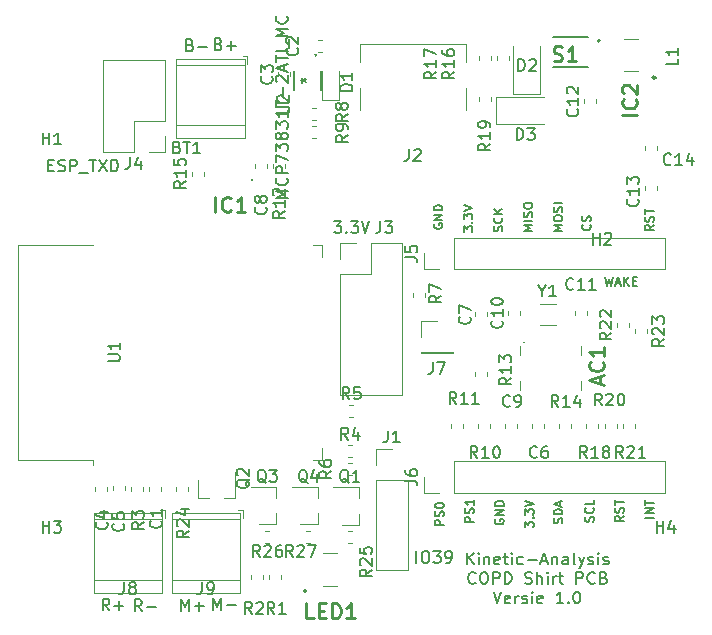
<source format=gbr>
G04 #@! TF.GenerationSoftware,KiCad,Pcbnew,(5.1.5)-2*
G04 #@! TF.CreationDate,2021-03-29T00:27:03+02:00*
G04 #@! TF.ProjectId,Versie1,56657273-6965-4312-9e6b-696361645f70,rev?*
G04 #@! TF.SameCoordinates,Original*
G04 #@! TF.FileFunction,Legend,Top*
G04 #@! TF.FilePolarity,Positive*
%FSLAX46Y46*%
G04 Gerber Fmt 4.6, Leading zero omitted, Abs format (unit mm)*
G04 Created by KiCad (PCBNEW (5.1.5)-2) date 2021-03-29 00:27:03*
%MOMM*%
%LPD*%
G04 APERTURE LIST*
%ADD10C,0.150000*%
%ADD11C,0.120000*%
%ADD12C,0.100000*%
%ADD13C,0.250000*%
%ADD14C,0.200000*%
%ADD15C,0.152400*%
%ADD16C,0.254000*%
G04 APERTURE END LIST*
D10*
X62730428Y-85145571D02*
X63063761Y-85145571D01*
X63206619Y-85669380D02*
X62730428Y-85669380D01*
X62730428Y-84669380D01*
X63206619Y-84669380D01*
X63587571Y-85621761D02*
X63730428Y-85669380D01*
X63968523Y-85669380D01*
X64063761Y-85621761D01*
X64111380Y-85574142D01*
X64159000Y-85478904D01*
X64159000Y-85383666D01*
X64111380Y-85288428D01*
X64063761Y-85240809D01*
X63968523Y-85193190D01*
X63778047Y-85145571D01*
X63682809Y-85097952D01*
X63635190Y-85050333D01*
X63587571Y-84955095D01*
X63587571Y-84859857D01*
X63635190Y-84764619D01*
X63682809Y-84717000D01*
X63778047Y-84669380D01*
X64016142Y-84669380D01*
X64159000Y-84717000D01*
X64587571Y-85669380D02*
X64587571Y-84669380D01*
X64968523Y-84669380D01*
X65063761Y-84717000D01*
X65111380Y-84764619D01*
X65159000Y-84859857D01*
X65159000Y-85002714D01*
X65111380Y-85097952D01*
X65063761Y-85145571D01*
X64968523Y-85193190D01*
X64587571Y-85193190D01*
X65349476Y-85764619D02*
X66111380Y-85764619D01*
X66206619Y-84669380D02*
X66778047Y-84669380D01*
X66492333Y-85669380D02*
X66492333Y-84669380D01*
X67016142Y-84669380D02*
X67682809Y-85669380D01*
X67682809Y-84669380D02*
X67016142Y-85669380D01*
X68063761Y-85669380D02*
X68063761Y-84669380D01*
X68301857Y-84669380D01*
X68444714Y-84717000D01*
X68539952Y-84812238D01*
X68587571Y-84907476D01*
X68635190Y-85097952D01*
X68635190Y-85240809D01*
X68587571Y-85431285D01*
X68539952Y-85526523D01*
X68444714Y-85621761D01*
X68301857Y-85669380D01*
X68063761Y-85669380D01*
X93900809Y-118816380D02*
X93900809Y-117816380D01*
X94567476Y-117816380D02*
X94757952Y-117816380D01*
X94853190Y-117864000D01*
X94948428Y-117959238D01*
X94996047Y-118149714D01*
X94996047Y-118483047D01*
X94948428Y-118673523D01*
X94853190Y-118768761D01*
X94757952Y-118816380D01*
X94567476Y-118816380D01*
X94472238Y-118768761D01*
X94377000Y-118673523D01*
X94329380Y-118483047D01*
X94329380Y-118149714D01*
X94377000Y-117959238D01*
X94472238Y-117864000D01*
X94567476Y-117816380D01*
X95329380Y-117816380D02*
X95948428Y-117816380D01*
X95615095Y-118197333D01*
X95757952Y-118197333D01*
X95853190Y-118244952D01*
X95900809Y-118292571D01*
X95948428Y-118387809D01*
X95948428Y-118625904D01*
X95900809Y-118721142D01*
X95853190Y-118768761D01*
X95757952Y-118816380D01*
X95472238Y-118816380D01*
X95377000Y-118768761D01*
X95329380Y-118721142D01*
X96424619Y-118816380D02*
X96615095Y-118816380D01*
X96710333Y-118768761D01*
X96757952Y-118721142D01*
X96853190Y-118578285D01*
X96900809Y-118387809D01*
X96900809Y-118006857D01*
X96853190Y-117911619D01*
X96805571Y-117864000D01*
X96710333Y-117816380D01*
X96519857Y-117816380D01*
X96424619Y-117864000D01*
X96377000Y-117911619D01*
X96329380Y-118006857D01*
X96329380Y-118244952D01*
X96377000Y-118340190D01*
X96424619Y-118387809D01*
X96519857Y-118435428D01*
X96710333Y-118435428D01*
X96805571Y-118387809D01*
X96853190Y-118340190D01*
X96900809Y-118244952D01*
X86915809Y-89876380D02*
X87534857Y-89876380D01*
X87201523Y-90257333D01*
X87344380Y-90257333D01*
X87439619Y-90304952D01*
X87487238Y-90352571D01*
X87534857Y-90447809D01*
X87534857Y-90685904D01*
X87487238Y-90781142D01*
X87439619Y-90828761D01*
X87344380Y-90876380D01*
X87058666Y-90876380D01*
X86963428Y-90828761D01*
X86915809Y-90781142D01*
X87963428Y-90781142D02*
X88011047Y-90828761D01*
X87963428Y-90876380D01*
X87915809Y-90828761D01*
X87963428Y-90781142D01*
X87963428Y-90876380D01*
X88344380Y-89876380D02*
X88963428Y-89876380D01*
X88630095Y-90257333D01*
X88772952Y-90257333D01*
X88868190Y-90304952D01*
X88915809Y-90352571D01*
X88963428Y-90447809D01*
X88963428Y-90685904D01*
X88915809Y-90781142D01*
X88868190Y-90828761D01*
X88772952Y-90876380D01*
X88487238Y-90876380D01*
X88392000Y-90828761D01*
X88344380Y-90781142D01*
X89249142Y-89876380D02*
X89582476Y-90876380D01*
X89915809Y-89876380D01*
X114004285Y-90199714D02*
X113647142Y-90449714D01*
X114004285Y-90628285D02*
X113254285Y-90628285D01*
X113254285Y-90342571D01*
X113290000Y-90271142D01*
X113325714Y-90235428D01*
X113397142Y-90199714D01*
X113504285Y-90199714D01*
X113575714Y-90235428D01*
X113611428Y-90271142D01*
X113647142Y-90342571D01*
X113647142Y-90628285D01*
X113968571Y-89914000D02*
X114004285Y-89806857D01*
X114004285Y-89628285D01*
X113968571Y-89556857D01*
X113932857Y-89521142D01*
X113861428Y-89485428D01*
X113790000Y-89485428D01*
X113718571Y-89521142D01*
X113682857Y-89556857D01*
X113647142Y-89628285D01*
X113611428Y-89771142D01*
X113575714Y-89842571D01*
X113540000Y-89878285D01*
X113468571Y-89914000D01*
X113397142Y-89914000D01*
X113325714Y-89878285D01*
X113290000Y-89842571D01*
X113254285Y-89771142D01*
X113254285Y-89592571D01*
X113290000Y-89485428D01*
X113254285Y-89271142D02*
X113254285Y-88842571D01*
X114004285Y-89056857D02*
X113254285Y-89056857D01*
X109894857Y-94585285D02*
X110073428Y-95335285D01*
X110216285Y-94799571D01*
X110359142Y-95335285D01*
X110537714Y-94585285D01*
X110787714Y-95121000D02*
X111144857Y-95121000D01*
X110716285Y-95335285D02*
X110966285Y-94585285D01*
X111216285Y-95335285D01*
X111466285Y-95335285D02*
X111466285Y-94585285D01*
X111894857Y-95335285D02*
X111573428Y-94906714D01*
X111894857Y-94585285D02*
X111466285Y-95013857D01*
X112216285Y-94942428D02*
X112466285Y-94942428D01*
X112573428Y-95335285D02*
X112216285Y-95335285D01*
X112216285Y-94585285D01*
X112573428Y-94585285D01*
X108598857Y-90168000D02*
X108634571Y-90203714D01*
X108670285Y-90310857D01*
X108670285Y-90382285D01*
X108634571Y-90489428D01*
X108563142Y-90560857D01*
X108491714Y-90596571D01*
X108348857Y-90632285D01*
X108241714Y-90632285D01*
X108098857Y-90596571D01*
X108027428Y-90560857D01*
X107956000Y-90489428D01*
X107920285Y-90382285D01*
X107920285Y-90310857D01*
X107956000Y-90203714D01*
X107991714Y-90168000D01*
X108634571Y-89882285D02*
X108670285Y-89775142D01*
X108670285Y-89596571D01*
X108634571Y-89525142D01*
X108598857Y-89489428D01*
X108527428Y-89453714D01*
X108456000Y-89453714D01*
X108384571Y-89489428D01*
X108348857Y-89525142D01*
X108313142Y-89596571D01*
X108277428Y-89739428D01*
X108241714Y-89810857D01*
X108206000Y-89846571D01*
X108134571Y-89882285D01*
X108063142Y-89882285D01*
X107991714Y-89846571D01*
X107956000Y-89810857D01*
X107920285Y-89739428D01*
X107920285Y-89560857D01*
X107956000Y-89453714D01*
X106257285Y-90713571D02*
X105507285Y-90713571D01*
X106043000Y-90463571D01*
X105507285Y-90213571D01*
X106257285Y-90213571D01*
X105507285Y-89713571D02*
X105507285Y-89570714D01*
X105543000Y-89499285D01*
X105614428Y-89427857D01*
X105757285Y-89392142D01*
X106007285Y-89392142D01*
X106150142Y-89427857D01*
X106221571Y-89499285D01*
X106257285Y-89570714D01*
X106257285Y-89713571D01*
X106221571Y-89785000D01*
X106150142Y-89856428D01*
X106007285Y-89892142D01*
X105757285Y-89892142D01*
X105614428Y-89856428D01*
X105543000Y-89785000D01*
X105507285Y-89713571D01*
X106221571Y-89106428D02*
X106257285Y-88999285D01*
X106257285Y-88820714D01*
X106221571Y-88749285D01*
X106185857Y-88713571D01*
X106114428Y-88677857D01*
X106043000Y-88677857D01*
X105971571Y-88713571D01*
X105935857Y-88749285D01*
X105900142Y-88820714D01*
X105864428Y-88963571D01*
X105828714Y-89035000D01*
X105793000Y-89070714D01*
X105721571Y-89106428D01*
X105650142Y-89106428D01*
X105578714Y-89070714D01*
X105543000Y-89035000D01*
X105507285Y-88963571D01*
X105507285Y-88785000D01*
X105543000Y-88677857D01*
X106257285Y-88356428D02*
X105507285Y-88356428D01*
X103717285Y-90713571D02*
X102967285Y-90713571D01*
X103503000Y-90463571D01*
X102967285Y-90213571D01*
X103717285Y-90213571D01*
X103717285Y-89856428D02*
X102967285Y-89856428D01*
X103681571Y-89535000D02*
X103717285Y-89427857D01*
X103717285Y-89249285D01*
X103681571Y-89177857D01*
X103645857Y-89142142D01*
X103574428Y-89106428D01*
X103503000Y-89106428D01*
X103431571Y-89142142D01*
X103395857Y-89177857D01*
X103360142Y-89249285D01*
X103324428Y-89392142D01*
X103288714Y-89463571D01*
X103253000Y-89499285D01*
X103181571Y-89535000D01*
X103110142Y-89535000D01*
X103038714Y-89499285D01*
X103003000Y-89463571D01*
X102967285Y-89392142D01*
X102967285Y-89213571D01*
X103003000Y-89106428D01*
X102967285Y-88642142D02*
X102967285Y-88499285D01*
X103003000Y-88427857D01*
X103074428Y-88356428D01*
X103217285Y-88320714D01*
X103467285Y-88320714D01*
X103610142Y-88356428D01*
X103681571Y-88427857D01*
X103717285Y-88499285D01*
X103717285Y-88642142D01*
X103681571Y-88713571D01*
X103610142Y-88785000D01*
X103467285Y-88820714D01*
X103217285Y-88820714D01*
X103074428Y-88785000D01*
X103003000Y-88713571D01*
X102967285Y-88642142D01*
X101141571Y-90753285D02*
X101177285Y-90646142D01*
X101177285Y-90467571D01*
X101141571Y-90396142D01*
X101105857Y-90360428D01*
X101034428Y-90324714D01*
X100963000Y-90324714D01*
X100891571Y-90360428D01*
X100855857Y-90396142D01*
X100820142Y-90467571D01*
X100784428Y-90610428D01*
X100748714Y-90681857D01*
X100713000Y-90717571D01*
X100641571Y-90753285D01*
X100570142Y-90753285D01*
X100498714Y-90717571D01*
X100463000Y-90681857D01*
X100427285Y-90610428D01*
X100427285Y-90431857D01*
X100463000Y-90324714D01*
X101105857Y-89574714D02*
X101141571Y-89610428D01*
X101177285Y-89717571D01*
X101177285Y-89789000D01*
X101141571Y-89896142D01*
X101070142Y-89967571D01*
X100998714Y-90003285D01*
X100855857Y-90039000D01*
X100748714Y-90039000D01*
X100605857Y-90003285D01*
X100534428Y-89967571D01*
X100463000Y-89896142D01*
X100427285Y-89789000D01*
X100427285Y-89717571D01*
X100463000Y-89610428D01*
X100498714Y-89574714D01*
X101177285Y-89253285D02*
X100427285Y-89253285D01*
X101177285Y-88824714D02*
X100748714Y-89146142D01*
X100427285Y-88824714D02*
X100855857Y-89253285D01*
X97887285Y-90769142D02*
X97887285Y-90304857D01*
X98173000Y-90554857D01*
X98173000Y-90447714D01*
X98208714Y-90376285D01*
X98244428Y-90340571D01*
X98315857Y-90304857D01*
X98494428Y-90304857D01*
X98565857Y-90340571D01*
X98601571Y-90376285D01*
X98637285Y-90447714D01*
X98637285Y-90662000D01*
X98601571Y-90733428D01*
X98565857Y-90769142D01*
X98565857Y-89983428D02*
X98601571Y-89947714D01*
X98637285Y-89983428D01*
X98601571Y-90019142D01*
X98565857Y-89983428D01*
X98637285Y-89983428D01*
X97887285Y-89697714D02*
X97887285Y-89233428D01*
X98173000Y-89483428D01*
X98173000Y-89376285D01*
X98208714Y-89304857D01*
X98244428Y-89269142D01*
X98315857Y-89233428D01*
X98494428Y-89233428D01*
X98565857Y-89269142D01*
X98601571Y-89304857D01*
X98637285Y-89376285D01*
X98637285Y-89590571D01*
X98601571Y-89662000D01*
X98565857Y-89697714D01*
X97887285Y-89019142D02*
X98637285Y-88769142D01*
X97887285Y-88519142D01*
X95383000Y-90106428D02*
X95347285Y-90177857D01*
X95347285Y-90285000D01*
X95383000Y-90392142D01*
X95454428Y-90463571D01*
X95525857Y-90499285D01*
X95668714Y-90535000D01*
X95775857Y-90535000D01*
X95918714Y-90499285D01*
X95990142Y-90463571D01*
X96061571Y-90392142D01*
X96097285Y-90285000D01*
X96097285Y-90213571D01*
X96061571Y-90106428D01*
X96025857Y-90070714D01*
X95775857Y-90070714D01*
X95775857Y-90213571D01*
X96097285Y-89749285D02*
X95347285Y-89749285D01*
X96097285Y-89320714D01*
X95347285Y-89320714D01*
X96097285Y-88963571D02*
X95347285Y-88963571D01*
X95347285Y-88785000D01*
X95383000Y-88677857D01*
X95454428Y-88606428D01*
X95525857Y-88570714D01*
X95668714Y-88535000D01*
X95775857Y-88535000D01*
X95918714Y-88570714D01*
X95990142Y-88606428D01*
X96061571Y-88677857D01*
X96097285Y-88785000D01*
X96097285Y-88963571D01*
X114004285Y-114978571D02*
X113254285Y-114978571D01*
X114004285Y-114621428D02*
X113254285Y-114621428D01*
X114004285Y-114192857D01*
X113254285Y-114192857D01*
X113254285Y-113942857D02*
X113254285Y-113514285D01*
X114004285Y-113728571D02*
X113254285Y-113728571D01*
X111464285Y-114837714D02*
X111107142Y-115087714D01*
X111464285Y-115266285D02*
X110714285Y-115266285D01*
X110714285Y-114980571D01*
X110750000Y-114909142D01*
X110785714Y-114873428D01*
X110857142Y-114837714D01*
X110964285Y-114837714D01*
X111035714Y-114873428D01*
X111071428Y-114909142D01*
X111107142Y-114980571D01*
X111107142Y-115266285D01*
X111428571Y-114552000D02*
X111464285Y-114444857D01*
X111464285Y-114266285D01*
X111428571Y-114194857D01*
X111392857Y-114159142D01*
X111321428Y-114123428D01*
X111250000Y-114123428D01*
X111178571Y-114159142D01*
X111142857Y-114194857D01*
X111107142Y-114266285D01*
X111071428Y-114409142D01*
X111035714Y-114480571D01*
X111000000Y-114516285D01*
X110928571Y-114552000D01*
X110857142Y-114552000D01*
X110785714Y-114516285D01*
X110750000Y-114480571D01*
X110714285Y-114409142D01*
X110714285Y-114230571D01*
X110750000Y-114123428D01*
X110714285Y-113909142D02*
X110714285Y-113480571D01*
X111464285Y-113694857D02*
X110714285Y-113694857D01*
X108888571Y-115319857D02*
X108924285Y-115212714D01*
X108924285Y-115034142D01*
X108888571Y-114962714D01*
X108852857Y-114927000D01*
X108781428Y-114891285D01*
X108710000Y-114891285D01*
X108638571Y-114927000D01*
X108602857Y-114962714D01*
X108567142Y-115034142D01*
X108531428Y-115177000D01*
X108495714Y-115248428D01*
X108460000Y-115284142D01*
X108388571Y-115319857D01*
X108317142Y-115319857D01*
X108245714Y-115284142D01*
X108210000Y-115248428D01*
X108174285Y-115177000D01*
X108174285Y-114998428D01*
X108210000Y-114891285D01*
X108852857Y-114141285D02*
X108888571Y-114177000D01*
X108924285Y-114284142D01*
X108924285Y-114355571D01*
X108888571Y-114462714D01*
X108817142Y-114534142D01*
X108745714Y-114569857D01*
X108602857Y-114605571D01*
X108495714Y-114605571D01*
X108352857Y-114569857D01*
X108281428Y-114534142D01*
X108210000Y-114462714D01*
X108174285Y-114355571D01*
X108174285Y-114284142D01*
X108210000Y-114177000D01*
X108245714Y-114141285D01*
X108924285Y-113462714D02*
X108924285Y-113819857D01*
X108174285Y-113819857D01*
X106221571Y-115464714D02*
X106257285Y-115357571D01*
X106257285Y-115179000D01*
X106221571Y-115107571D01*
X106185857Y-115071857D01*
X106114428Y-115036142D01*
X106043000Y-115036142D01*
X105971571Y-115071857D01*
X105935857Y-115107571D01*
X105900142Y-115179000D01*
X105864428Y-115321857D01*
X105828714Y-115393285D01*
X105793000Y-115429000D01*
X105721571Y-115464714D01*
X105650142Y-115464714D01*
X105578714Y-115429000D01*
X105543000Y-115393285D01*
X105507285Y-115321857D01*
X105507285Y-115143285D01*
X105543000Y-115036142D01*
X106257285Y-114714714D02*
X105507285Y-114714714D01*
X105507285Y-114536142D01*
X105543000Y-114429000D01*
X105614428Y-114357571D01*
X105685857Y-114321857D01*
X105828714Y-114286142D01*
X105935857Y-114286142D01*
X106078714Y-114321857D01*
X106150142Y-114357571D01*
X106221571Y-114429000D01*
X106257285Y-114536142D01*
X106257285Y-114714714D01*
X106043000Y-114000428D02*
X106043000Y-113643285D01*
X106257285Y-114071857D02*
X105507285Y-113821857D01*
X106257285Y-113571857D01*
X103094285Y-115788142D02*
X103094285Y-115323857D01*
X103380000Y-115573857D01*
X103380000Y-115466714D01*
X103415714Y-115395285D01*
X103451428Y-115359571D01*
X103522857Y-115323857D01*
X103701428Y-115323857D01*
X103772857Y-115359571D01*
X103808571Y-115395285D01*
X103844285Y-115466714D01*
X103844285Y-115681000D01*
X103808571Y-115752428D01*
X103772857Y-115788142D01*
X103772857Y-115002428D02*
X103808571Y-114966714D01*
X103844285Y-115002428D01*
X103808571Y-115038142D01*
X103772857Y-115002428D01*
X103844285Y-115002428D01*
X103094285Y-114716714D02*
X103094285Y-114252428D01*
X103380000Y-114502428D01*
X103380000Y-114395285D01*
X103415714Y-114323857D01*
X103451428Y-114288142D01*
X103522857Y-114252428D01*
X103701428Y-114252428D01*
X103772857Y-114288142D01*
X103808571Y-114323857D01*
X103844285Y-114395285D01*
X103844285Y-114609571D01*
X103808571Y-114681000D01*
X103772857Y-114716714D01*
X103094285Y-114038142D02*
X103844285Y-113788142D01*
X103094285Y-113538142D01*
X100590000Y-115125428D02*
X100554285Y-115196857D01*
X100554285Y-115304000D01*
X100590000Y-115411142D01*
X100661428Y-115482571D01*
X100732857Y-115518285D01*
X100875714Y-115554000D01*
X100982857Y-115554000D01*
X101125714Y-115518285D01*
X101197142Y-115482571D01*
X101268571Y-115411142D01*
X101304285Y-115304000D01*
X101304285Y-115232571D01*
X101268571Y-115125428D01*
X101232857Y-115089714D01*
X100982857Y-115089714D01*
X100982857Y-115232571D01*
X101304285Y-114768285D02*
X100554285Y-114768285D01*
X101304285Y-114339714D01*
X100554285Y-114339714D01*
X101304285Y-113982571D02*
X100554285Y-113982571D01*
X100554285Y-113804000D01*
X100590000Y-113696857D01*
X100661428Y-113625428D01*
X100732857Y-113589714D01*
X100875714Y-113554000D01*
X100982857Y-113554000D01*
X101125714Y-113589714D01*
X101197142Y-113625428D01*
X101268571Y-113696857D01*
X101304285Y-113804000D01*
X101304285Y-113982571D01*
X98764285Y-115337714D02*
X98014285Y-115337714D01*
X98014285Y-115052000D01*
X98050000Y-114980571D01*
X98085714Y-114944857D01*
X98157142Y-114909142D01*
X98264285Y-114909142D01*
X98335714Y-114944857D01*
X98371428Y-114980571D01*
X98407142Y-115052000D01*
X98407142Y-115337714D01*
X98728571Y-114623428D02*
X98764285Y-114516285D01*
X98764285Y-114337714D01*
X98728571Y-114266285D01*
X98692857Y-114230571D01*
X98621428Y-114194857D01*
X98550000Y-114194857D01*
X98478571Y-114230571D01*
X98442857Y-114266285D01*
X98407142Y-114337714D01*
X98371428Y-114480571D01*
X98335714Y-114552000D01*
X98300000Y-114587714D01*
X98228571Y-114623428D01*
X98157142Y-114623428D01*
X98085714Y-114587714D01*
X98050000Y-114552000D01*
X98014285Y-114480571D01*
X98014285Y-114302000D01*
X98050000Y-114194857D01*
X98764285Y-113480571D02*
X98764285Y-113909142D01*
X98764285Y-113694857D02*
X98014285Y-113694857D01*
X98121428Y-113766285D01*
X98192857Y-113837714D01*
X98228571Y-113909142D01*
X96224285Y-115591714D02*
X95474285Y-115591714D01*
X95474285Y-115306000D01*
X95510000Y-115234571D01*
X95545714Y-115198857D01*
X95617142Y-115163142D01*
X95724285Y-115163142D01*
X95795714Y-115198857D01*
X95831428Y-115234571D01*
X95867142Y-115306000D01*
X95867142Y-115591714D01*
X96188571Y-114877428D02*
X96224285Y-114770285D01*
X96224285Y-114591714D01*
X96188571Y-114520285D01*
X96152857Y-114484571D01*
X96081428Y-114448857D01*
X96010000Y-114448857D01*
X95938571Y-114484571D01*
X95902857Y-114520285D01*
X95867142Y-114591714D01*
X95831428Y-114734571D01*
X95795714Y-114806000D01*
X95760000Y-114841714D01*
X95688571Y-114877428D01*
X95617142Y-114877428D01*
X95545714Y-114841714D01*
X95510000Y-114806000D01*
X95474285Y-114734571D01*
X95474285Y-114556000D01*
X95510000Y-114448857D01*
X95474285Y-113984571D02*
X95474285Y-113913142D01*
X95510000Y-113841714D01*
X95545714Y-113806000D01*
X95617142Y-113770285D01*
X95760000Y-113734571D01*
X95938571Y-113734571D01*
X96081428Y-113770285D01*
X96152857Y-113806000D01*
X96188571Y-113841714D01*
X96224285Y-113913142D01*
X96224285Y-113984571D01*
X96188571Y-114056000D01*
X96152857Y-114091714D01*
X96081428Y-114127428D01*
X95938571Y-114163142D01*
X95760000Y-114163142D01*
X95617142Y-114127428D01*
X95545714Y-114091714D01*
X95510000Y-114056000D01*
X95474285Y-113984571D01*
X98163809Y-118944380D02*
X98163809Y-117944380D01*
X98735238Y-118944380D02*
X98306666Y-118372952D01*
X98735238Y-117944380D02*
X98163809Y-118515809D01*
X99163809Y-118944380D02*
X99163809Y-118277714D01*
X99163809Y-117944380D02*
X99116190Y-117992000D01*
X99163809Y-118039619D01*
X99211428Y-117992000D01*
X99163809Y-117944380D01*
X99163809Y-118039619D01*
X99640000Y-118277714D02*
X99640000Y-118944380D01*
X99640000Y-118372952D02*
X99687619Y-118325333D01*
X99782857Y-118277714D01*
X99925714Y-118277714D01*
X100020952Y-118325333D01*
X100068571Y-118420571D01*
X100068571Y-118944380D01*
X100925714Y-118896761D02*
X100830476Y-118944380D01*
X100640000Y-118944380D01*
X100544761Y-118896761D01*
X100497142Y-118801523D01*
X100497142Y-118420571D01*
X100544761Y-118325333D01*
X100640000Y-118277714D01*
X100830476Y-118277714D01*
X100925714Y-118325333D01*
X100973333Y-118420571D01*
X100973333Y-118515809D01*
X100497142Y-118611047D01*
X101259047Y-118277714D02*
X101640000Y-118277714D01*
X101401904Y-117944380D02*
X101401904Y-118801523D01*
X101449523Y-118896761D01*
X101544761Y-118944380D01*
X101640000Y-118944380D01*
X101973333Y-118944380D02*
X101973333Y-118277714D01*
X101973333Y-117944380D02*
X101925714Y-117992000D01*
X101973333Y-118039619D01*
X102020952Y-117992000D01*
X101973333Y-117944380D01*
X101973333Y-118039619D01*
X102878095Y-118896761D02*
X102782857Y-118944380D01*
X102592380Y-118944380D01*
X102497142Y-118896761D01*
X102449523Y-118849142D01*
X102401904Y-118753904D01*
X102401904Y-118468190D01*
X102449523Y-118372952D01*
X102497142Y-118325333D01*
X102592380Y-118277714D01*
X102782857Y-118277714D01*
X102878095Y-118325333D01*
X103306666Y-118563428D02*
X104068571Y-118563428D01*
X104497142Y-118658666D02*
X104973333Y-118658666D01*
X104401904Y-118944380D02*
X104735238Y-117944380D01*
X105068571Y-118944380D01*
X105401904Y-118277714D02*
X105401904Y-118944380D01*
X105401904Y-118372952D02*
X105449523Y-118325333D01*
X105544761Y-118277714D01*
X105687619Y-118277714D01*
X105782857Y-118325333D01*
X105830476Y-118420571D01*
X105830476Y-118944380D01*
X106735238Y-118944380D02*
X106735238Y-118420571D01*
X106687619Y-118325333D01*
X106592380Y-118277714D01*
X106401904Y-118277714D01*
X106306666Y-118325333D01*
X106735238Y-118896761D02*
X106640000Y-118944380D01*
X106401904Y-118944380D01*
X106306666Y-118896761D01*
X106259047Y-118801523D01*
X106259047Y-118706285D01*
X106306666Y-118611047D01*
X106401904Y-118563428D01*
X106640000Y-118563428D01*
X106735238Y-118515809D01*
X107354285Y-118944380D02*
X107259047Y-118896761D01*
X107211428Y-118801523D01*
X107211428Y-117944380D01*
X107640000Y-118277714D02*
X107878095Y-118944380D01*
X108116190Y-118277714D02*
X107878095Y-118944380D01*
X107782857Y-119182476D01*
X107735238Y-119230095D01*
X107640000Y-119277714D01*
X108449523Y-118896761D02*
X108544761Y-118944380D01*
X108735238Y-118944380D01*
X108830476Y-118896761D01*
X108878095Y-118801523D01*
X108878095Y-118753904D01*
X108830476Y-118658666D01*
X108735238Y-118611047D01*
X108592380Y-118611047D01*
X108497142Y-118563428D01*
X108449523Y-118468190D01*
X108449523Y-118420571D01*
X108497142Y-118325333D01*
X108592380Y-118277714D01*
X108735238Y-118277714D01*
X108830476Y-118325333D01*
X109306666Y-118944380D02*
X109306666Y-118277714D01*
X109306666Y-117944380D02*
X109259047Y-117992000D01*
X109306666Y-118039619D01*
X109354285Y-117992000D01*
X109306666Y-117944380D01*
X109306666Y-118039619D01*
X109735238Y-118896761D02*
X109830476Y-118944380D01*
X110020952Y-118944380D01*
X110116190Y-118896761D01*
X110163809Y-118801523D01*
X110163809Y-118753904D01*
X110116190Y-118658666D01*
X110020952Y-118611047D01*
X109878095Y-118611047D01*
X109782857Y-118563428D01*
X109735238Y-118468190D01*
X109735238Y-118420571D01*
X109782857Y-118325333D01*
X109878095Y-118277714D01*
X110020952Y-118277714D01*
X110116190Y-118325333D01*
X98901904Y-120499142D02*
X98854285Y-120546761D01*
X98711428Y-120594380D01*
X98616190Y-120594380D01*
X98473333Y-120546761D01*
X98378095Y-120451523D01*
X98330476Y-120356285D01*
X98282857Y-120165809D01*
X98282857Y-120022952D01*
X98330476Y-119832476D01*
X98378095Y-119737238D01*
X98473333Y-119642000D01*
X98616190Y-119594380D01*
X98711428Y-119594380D01*
X98854285Y-119642000D01*
X98901904Y-119689619D01*
X99520952Y-119594380D02*
X99711428Y-119594380D01*
X99806666Y-119642000D01*
X99901904Y-119737238D01*
X99949523Y-119927714D01*
X99949523Y-120261047D01*
X99901904Y-120451523D01*
X99806666Y-120546761D01*
X99711428Y-120594380D01*
X99520952Y-120594380D01*
X99425714Y-120546761D01*
X99330476Y-120451523D01*
X99282857Y-120261047D01*
X99282857Y-119927714D01*
X99330476Y-119737238D01*
X99425714Y-119642000D01*
X99520952Y-119594380D01*
X100378095Y-120594380D02*
X100378095Y-119594380D01*
X100759047Y-119594380D01*
X100854285Y-119642000D01*
X100901904Y-119689619D01*
X100949523Y-119784857D01*
X100949523Y-119927714D01*
X100901904Y-120022952D01*
X100854285Y-120070571D01*
X100759047Y-120118190D01*
X100378095Y-120118190D01*
X101378095Y-120594380D02*
X101378095Y-119594380D01*
X101616190Y-119594380D01*
X101759047Y-119642000D01*
X101854285Y-119737238D01*
X101901904Y-119832476D01*
X101949523Y-120022952D01*
X101949523Y-120165809D01*
X101901904Y-120356285D01*
X101854285Y-120451523D01*
X101759047Y-120546761D01*
X101616190Y-120594380D01*
X101378095Y-120594380D01*
X103092380Y-120546761D02*
X103235238Y-120594380D01*
X103473333Y-120594380D01*
X103568571Y-120546761D01*
X103616190Y-120499142D01*
X103663809Y-120403904D01*
X103663809Y-120308666D01*
X103616190Y-120213428D01*
X103568571Y-120165809D01*
X103473333Y-120118190D01*
X103282857Y-120070571D01*
X103187619Y-120022952D01*
X103140000Y-119975333D01*
X103092380Y-119880095D01*
X103092380Y-119784857D01*
X103140000Y-119689619D01*
X103187619Y-119642000D01*
X103282857Y-119594380D01*
X103520952Y-119594380D01*
X103663809Y-119642000D01*
X104092380Y-120594380D02*
X104092380Y-119594380D01*
X104520952Y-120594380D02*
X104520952Y-120070571D01*
X104473333Y-119975333D01*
X104378095Y-119927714D01*
X104235238Y-119927714D01*
X104140000Y-119975333D01*
X104092380Y-120022952D01*
X104997142Y-120594380D02*
X104997142Y-119927714D01*
X104997142Y-119594380D02*
X104949523Y-119642000D01*
X104997142Y-119689619D01*
X105044761Y-119642000D01*
X104997142Y-119594380D01*
X104997142Y-119689619D01*
X105473333Y-120594380D02*
X105473333Y-119927714D01*
X105473333Y-120118190D02*
X105520952Y-120022952D01*
X105568571Y-119975333D01*
X105663809Y-119927714D01*
X105759047Y-119927714D01*
X105949523Y-119927714D02*
X106330476Y-119927714D01*
X106092380Y-119594380D02*
X106092380Y-120451523D01*
X106140000Y-120546761D01*
X106235238Y-120594380D01*
X106330476Y-120594380D01*
X107425714Y-120594380D02*
X107425714Y-119594380D01*
X107806666Y-119594380D01*
X107901904Y-119642000D01*
X107949523Y-119689619D01*
X107997142Y-119784857D01*
X107997142Y-119927714D01*
X107949523Y-120022952D01*
X107901904Y-120070571D01*
X107806666Y-120118190D01*
X107425714Y-120118190D01*
X108997142Y-120499142D02*
X108949523Y-120546761D01*
X108806666Y-120594380D01*
X108711428Y-120594380D01*
X108568571Y-120546761D01*
X108473333Y-120451523D01*
X108425714Y-120356285D01*
X108378095Y-120165809D01*
X108378095Y-120022952D01*
X108425714Y-119832476D01*
X108473333Y-119737238D01*
X108568571Y-119642000D01*
X108711428Y-119594380D01*
X108806666Y-119594380D01*
X108949523Y-119642000D01*
X108997142Y-119689619D01*
X109759047Y-120070571D02*
X109901904Y-120118190D01*
X109949523Y-120165809D01*
X109997142Y-120261047D01*
X109997142Y-120403904D01*
X109949523Y-120499142D01*
X109901904Y-120546761D01*
X109806666Y-120594380D01*
X109425714Y-120594380D01*
X109425714Y-119594380D01*
X109759047Y-119594380D01*
X109854285Y-119642000D01*
X109901904Y-119689619D01*
X109949523Y-119784857D01*
X109949523Y-119880095D01*
X109901904Y-119975333D01*
X109854285Y-120022952D01*
X109759047Y-120070571D01*
X109425714Y-120070571D01*
X100425714Y-121244380D02*
X100759047Y-122244380D01*
X101092380Y-121244380D01*
X101806666Y-122196761D02*
X101711428Y-122244380D01*
X101520952Y-122244380D01*
X101425714Y-122196761D01*
X101378095Y-122101523D01*
X101378095Y-121720571D01*
X101425714Y-121625333D01*
X101520952Y-121577714D01*
X101711428Y-121577714D01*
X101806666Y-121625333D01*
X101854285Y-121720571D01*
X101854285Y-121815809D01*
X101378095Y-121911047D01*
X102282857Y-122244380D02*
X102282857Y-121577714D01*
X102282857Y-121768190D02*
X102330476Y-121672952D01*
X102378095Y-121625333D01*
X102473333Y-121577714D01*
X102568571Y-121577714D01*
X102854285Y-122196761D02*
X102949523Y-122244380D01*
X103140000Y-122244380D01*
X103235238Y-122196761D01*
X103282857Y-122101523D01*
X103282857Y-122053904D01*
X103235238Y-121958666D01*
X103140000Y-121911047D01*
X102997142Y-121911047D01*
X102901904Y-121863428D01*
X102854285Y-121768190D01*
X102854285Y-121720571D01*
X102901904Y-121625333D01*
X102997142Y-121577714D01*
X103140000Y-121577714D01*
X103235238Y-121625333D01*
X103711428Y-122244380D02*
X103711428Y-121577714D01*
X103711428Y-121244380D02*
X103663809Y-121292000D01*
X103711428Y-121339619D01*
X103759047Y-121292000D01*
X103711428Y-121244380D01*
X103711428Y-121339619D01*
X104568571Y-122196761D02*
X104473333Y-122244380D01*
X104282857Y-122244380D01*
X104187619Y-122196761D01*
X104140000Y-122101523D01*
X104140000Y-121720571D01*
X104187619Y-121625333D01*
X104282857Y-121577714D01*
X104473333Y-121577714D01*
X104568571Y-121625333D01*
X104616190Y-121720571D01*
X104616190Y-121815809D01*
X104140000Y-121911047D01*
X106330476Y-122244380D02*
X105759047Y-122244380D01*
X106044761Y-122244380D02*
X106044761Y-121244380D01*
X105949523Y-121387238D01*
X105854285Y-121482476D01*
X105759047Y-121530095D01*
X106759047Y-122149142D02*
X106806666Y-122196761D01*
X106759047Y-122244380D01*
X106711428Y-122196761D01*
X106759047Y-122149142D01*
X106759047Y-122244380D01*
X107425714Y-121244380D02*
X107520952Y-121244380D01*
X107616190Y-121292000D01*
X107663809Y-121339619D01*
X107711428Y-121434857D01*
X107759047Y-121625333D01*
X107759047Y-121863428D01*
X107711428Y-122053904D01*
X107663809Y-122149142D01*
X107616190Y-122196761D01*
X107520952Y-122244380D01*
X107425714Y-122244380D01*
X107330476Y-122196761D01*
X107282857Y-122149142D01*
X107235238Y-122053904D01*
X107187619Y-121863428D01*
X107187619Y-121625333D01*
X107235238Y-121434857D01*
X107282857Y-121339619D01*
X107330476Y-121292000D01*
X107425714Y-121244380D01*
X77150980Y-74883971D02*
X77293838Y-74931590D01*
X77341457Y-74979209D01*
X77389076Y-75074447D01*
X77389076Y-75217304D01*
X77341457Y-75312542D01*
X77293838Y-75360161D01*
X77198600Y-75407780D01*
X76817647Y-75407780D01*
X76817647Y-74407780D01*
X77150980Y-74407780D01*
X77246219Y-74455400D01*
X77293838Y-74503019D01*
X77341457Y-74598257D01*
X77341457Y-74693495D01*
X77293838Y-74788733D01*
X77246219Y-74836352D01*
X77150980Y-74883971D01*
X76817647Y-74883971D01*
X77817647Y-75026828D02*
X78579552Y-75026828D01*
X78198600Y-75407780D02*
X78198600Y-74645876D01*
X74737980Y-74972871D02*
X74880838Y-75020490D01*
X74928457Y-75068109D01*
X74976076Y-75163347D01*
X74976076Y-75306204D01*
X74928457Y-75401442D01*
X74880838Y-75449061D01*
X74785600Y-75496680D01*
X74404647Y-75496680D01*
X74404647Y-74496680D01*
X74737980Y-74496680D01*
X74833219Y-74544300D01*
X74880838Y-74591919D01*
X74928457Y-74687157D01*
X74928457Y-74782395D01*
X74880838Y-74877633D01*
X74833219Y-74925252D01*
X74737980Y-74972871D01*
X74404647Y-74972871D01*
X75404647Y-75115728D02*
X76166552Y-75115728D01*
X76695419Y-122791480D02*
X76695419Y-121791480D01*
X77028752Y-122505766D01*
X77362085Y-121791480D01*
X77362085Y-122791480D01*
X77838276Y-122410528D02*
X78600180Y-122410528D01*
X73964919Y-122854980D02*
X73964919Y-121854980D01*
X74298252Y-122569266D01*
X74631585Y-121854980D01*
X74631585Y-122854980D01*
X75107776Y-122474028D02*
X75869680Y-122474028D01*
X75488728Y-122854980D02*
X75488728Y-122093076D01*
X70632676Y-122905780D02*
X70299342Y-122429590D01*
X70061247Y-122905780D02*
X70061247Y-121905780D01*
X70442200Y-121905780D01*
X70537438Y-121953400D01*
X70585057Y-122001019D01*
X70632676Y-122096257D01*
X70632676Y-122239114D01*
X70585057Y-122334352D01*
X70537438Y-122381971D01*
X70442200Y-122429590D01*
X70061247Y-122429590D01*
X71061247Y-122524828D02*
X71823152Y-122524828D01*
X67902176Y-122842280D02*
X67568842Y-122366090D01*
X67330747Y-122842280D02*
X67330747Y-121842280D01*
X67711700Y-121842280D01*
X67806938Y-121889900D01*
X67854557Y-121937519D01*
X67902176Y-122032757D01*
X67902176Y-122175614D01*
X67854557Y-122270852D01*
X67806938Y-122318471D01*
X67711700Y-122366090D01*
X67330747Y-122366090D01*
X68330747Y-122461328D02*
X69092652Y-122461328D01*
X68711700Y-122842280D02*
X68711700Y-122080376D01*
D11*
X113282000Y-83850267D02*
X113282000Y-83507733D01*
X114302000Y-83850267D02*
X114302000Y-83507733D01*
X88107733Y-111381000D02*
X88450267Y-111381000D01*
X88107733Y-110361000D02*
X88450267Y-110361000D01*
X81405000Y-120172267D02*
X81405000Y-119829733D01*
X82425000Y-120172267D02*
X82425000Y-119829733D01*
X80901000Y-120200267D02*
X80901000Y-119857733D01*
X79881000Y-120200267D02*
X79881000Y-119857733D01*
D12*
X102633000Y-103413500D02*
X102633000Y-104213500D01*
X107833000Y-104213500D02*
X107833000Y-103413500D01*
X107833000Y-101213500D02*
X107833000Y-100413500D01*
X102633000Y-101213500D02*
X102633000Y-100413500D01*
X102933000Y-100113500D02*
X102933000Y-100113500D01*
X103033000Y-100113500D02*
X103033000Y-100113500D01*
X103033000Y-100113500D02*
G75*
G03X102933000Y-100113500I-50000J0D01*
G01*
X102933000Y-100113500D02*
G75*
G03X103033000Y-100113500I50000J0D01*
G01*
D11*
X102116000Y-75071500D02*
X102116000Y-79131500D01*
X102116000Y-79131500D02*
X104386000Y-79131500D01*
X104386000Y-79131500D02*
X104386000Y-75071500D01*
X100627500Y-81653000D02*
X104687500Y-81653000D01*
X100627500Y-79383000D02*
X100627500Y-81653000D01*
X104687500Y-79383000D02*
X100627500Y-79383000D01*
D12*
X79937000Y-86413000D02*
G75*
G02X79937000Y-86313000I0J50000D01*
G01*
X79937000Y-86313000D02*
G75*
G02X79937000Y-86413000I0J-50000D01*
G01*
X79937000Y-86313000D02*
X79937000Y-86313000D01*
X79937000Y-86413000D02*
X79937000Y-86413000D01*
D11*
X87443000Y-104581000D02*
X92643000Y-104581000D01*
X87443000Y-94361000D02*
X87443000Y-104581000D01*
X92643000Y-91761000D02*
X92643000Y-104581000D01*
X87443000Y-94361000D02*
X90043000Y-94361000D01*
X90043000Y-94361000D02*
X90043000Y-91761000D01*
X90043000Y-91761000D02*
X92643000Y-91761000D01*
X87443000Y-93091000D02*
X87443000Y-91761000D01*
X87443000Y-91761000D02*
X88773000Y-91761000D01*
X72577000Y-76267000D02*
X67377000Y-76267000D01*
X72577000Y-81407000D02*
X72577000Y-76267000D01*
X67377000Y-84007000D02*
X67377000Y-76267000D01*
X72577000Y-81407000D02*
X69977000Y-81407000D01*
X69977000Y-81407000D02*
X69977000Y-84007000D01*
X69977000Y-84007000D02*
X67377000Y-84007000D01*
X72577000Y-82677000D02*
X72577000Y-84007000D01*
X72577000Y-84007000D02*
X71247000Y-84007000D01*
X114945000Y-93943500D02*
X114945000Y-91283500D01*
X97105000Y-93943500D02*
X114945000Y-93943500D01*
X97105000Y-91283500D02*
X114945000Y-91283500D01*
X97105000Y-93943500D02*
X97105000Y-91283500D01*
X95835000Y-93943500D02*
X94505000Y-93943500D01*
X94505000Y-93943500D02*
X94505000Y-92613500D01*
X94505000Y-112866500D02*
X94505000Y-111536500D01*
X95835000Y-112866500D02*
X94505000Y-112866500D01*
X97105000Y-112866500D02*
X97105000Y-110206500D01*
X97105000Y-110206500D02*
X114945000Y-110206500D01*
X97105000Y-112866500D02*
X114945000Y-112866500D01*
X114945000Y-112866500D02*
X114945000Y-110206500D01*
X94301000Y-101025000D02*
X96961000Y-101025000D01*
X94301000Y-100965000D02*
X94301000Y-101025000D01*
X96961000Y-100965000D02*
X96961000Y-101025000D01*
X94301000Y-100965000D02*
X96961000Y-100965000D01*
X94301000Y-99695000D02*
X94301000Y-98365000D01*
X94301000Y-98365000D02*
X95631000Y-98365000D01*
X89025000Y-115565000D02*
X89025000Y-114635000D01*
X89025000Y-112405000D02*
X89025000Y-113335000D01*
X89025000Y-112405000D02*
X86865000Y-112405000D01*
X89025000Y-115565000D02*
X87565000Y-115565000D01*
X82024000Y-115560000D02*
X80564000Y-115560000D01*
X82024000Y-112400000D02*
X79864000Y-112400000D01*
X82024000Y-112400000D02*
X82024000Y-113330000D01*
X82024000Y-115560000D02*
X82024000Y-114630000D01*
X85532500Y-115560000D02*
X84072500Y-115560000D01*
X85532500Y-112400000D02*
X83372500Y-112400000D01*
X85532500Y-112400000D02*
X85532500Y-113330000D01*
X85532500Y-115560000D02*
X85532500Y-114630000D01*
X75382000Y-113282000D02*
X76312000Y-113282000D01*
X78542000Y-113282000D02*
X77612000Y-113282000D01*
X78542000Y-113282000D02*
X78542000Y-111122000D01*
X75382000Y-113282000D02*
X75382000Y-111822000D01*
X85100000Y-110120000D02*
X85880000Y-110120000D01*
X85880000Y-110120000D02*
X85880000Y-109120000D01*
X85100000Y-91880000D02*
X85880000Y-91880000D01*
X85880000Y-91880000D02*
X85880000Y-92880000D01*
X60135000Y-110120000D02*
X60135000Y-91880000D01*
X60135000Y-91880000D02*
X66555000Y-91880000D01*
X60135000Y-110120000D02*
X66555000Y-110120000D01*
X66555000Y-110120000D02*
X66555000Y-110500000D01*
X71262000Y-112693267D02*
X71262000Y-112350733D01*
X72282000Y-112693267D02*
X72282000Y-112350733D01*
X66673000Y-112350733D02*
X66673000Y-112693267D01*
X67693000Y-112350733D02*
X67693000Y-112693267D01*
X80262000Y-85402267D02*
X80262000Y-85059733D01*
X81282000Y-85402267D02*
X81282000Y-85059733D01*
X68197000Y-112336733D02*
X68197000Y-112679267D01*
X69217000Y-112336733D02*
X69217000Y-112679267D01*
X103707000Y-107047233D02*
X103707000Y-107389767D01*
X104727000Y-107047233D02*
X104727000Y-107389767D01*
X98881000Y-97878767D02*
X98881000Y-97536233D01*
X99901000Y-97878767D02*
X99901000Y-97536233D01*
X102441000Y-107047233D02*
X102441000Y-107389767D01*
X101421000Y-107047233D02*
X101421000Y-107389767D01*
X102695000Y-97864767D02*
X102695000Y-97522233D01*
X101675000Y-97864767D02*
X101675000Y-97522233D01*
X108333000Y-97522233D02*
X108333000Y-97864767D01*
X107313000Y-97522233D02*
X107313000Y-97864767D01*
X69738000Y-112693267D02*
X69738000Y-112350733D01*
X70758000Y-112693267D02*
X70758000Y-112350733D01*
X88107733Y-109857000D02*
X88450267Y-109857000D01*
X88107733Y-108837000D02*
X88450267Y-108837000D01*
X88206733Y-106428000D02*
X88549267Y-106428000D01*
X88206733Y-105408000D02*
X88549267Y-105408000D01*
X94617000Y-95953733D02*
X94617000Y-96296267D01*
X93597000Y-95953733D02*
X93597000Y-96296267D01*
X82806000Y-85031733D02*
X82806000Y-85374267D01*
X81786000Y-85031733D02*
X81786000Y-85374267D01*
X99135000Y-107047233D02*
X99135000Y-107389767D01*
X100155000Y-107047233D02*
X100155000Y-107389767D01*
X74928000Y-85680733D02*
X74928000Y-86023267D01*
X75948000Y-85680733D02*
X75948000Y-86023267D01*
X96849000Y-107047233D02*
X96849000Y-107389767D01*
X97869000Y-107047233D02*
X97869000Y-107389767D01*
X100205000Y-76258267D02*
X100205000Y-75915733D01*
X99185000Y-76258267D02*
X99185000Y-75915733D01*
X98881000Y-102616233D02*
X98881000Y-102958767D01*
X99901000Y-102616233D02*
X99901000Y-102958767D01*
X107013000Y-107047233D02*
X107013000Y-107389767D01*
X105993000Y-107047233D02*
X105993000Y-107389767D01*
X100709000Y-75901733D02*
X100709000Y-76244267D01*
X101729000Y-75901733D02*
X101729000Y-76244267D01*
X100205000Y-79330733D02*
X100205000Y-79673267D01*
X99185000Y-79330733D02*
X99185000Y-79673267D01*
X108279000Y-107389767D02*
X108279000Y-107047233D01*
X109299000Y-107389767D02*
X109299000Y-107047233D01*
X109853000Y-107389767D02*
X109853000Y-107047233D01*
X110873000Y-107389767D02*
X110873000Y-107047233D01*
X111377000Y-107389767D02*
X111377000Y-107047233D01*
X112397000Y-107389767D02*
X112397000Y-107047233D01*
X111889000Y-98850267D02*
X111889000Y-98507733D01*
X110869000Y-98850267D02*
X110869000Y-98507733D01*
X113413000Y-99372267D02*
X113413000Y-99029733D01*
X112393000Y-99372267D02*
X112393000Y-99029733D01*
X88093733Y-116076000D02*
X88436267Y-116076000D01*
X88093733Y-117096000D02*
X88436267Y-117096000D01*
X81094733Y-116076000D02*
X81437267Y-116076000D01*
X81094733Y-117096000D02*
X81437267Y-117096000D01*
X84551733Y-116076000D02*
X84894267Y-116076000D01*
X84551733Y-117096000D02*
X84894267Y-117096000D01*
X74551000Y-112693267D02*
X74551000Y-112350733D01*
X73531000Y-112693267D02*
X73531000Y-112350733D01*
X108075000Y-79913267D02*
X108075000Y-79570733D01*
X109095000Y-79913267D02*
X109095000Y-79570733D01*
X114302000Y-87279267D02*
X114302000Y-86936733D01*
X113282000Y-87279267D02*
X113282000Y-86936733D01*
D13*
X114139000Y-77729000D02*
G75*
G03X114139000Y-77729000I-125000J0D01*
G01*
D11*
X90491000Y-119440000D02*
X93151000Y-119440000D01*
X90491000Y-111760000D02*
X90491000Y-119440000D01*
X93151000Y-111760000D02*
X93151000Y-119440000D01*
X90491000Y-111760000D02*
X93151000Y-111760000D01*
X90491000Y-110490000D02*
X90491000Y-109160000D01*
X90491000Y-109160000D02*
X91821000Y-109160000D01*
X89129000Y-74916000D02*
X98069000Y-74916000D01*
X89129000Y-80426000D02*
X89129000Y-78626000D01*
X89129000Y-74916000D02*
X89129000Y-76376000D01*
X98069000Y-74916000D02*
X98069000Y-76376000D01*
X98069000Y-80426000D02*
X98069000Y-78626000D01*
X111448436Y-74459000D02*
X112652564Y-74459000D01*
X111448436Y-77179000D02*
X112652564Y-77179000D01*
D14*
X84350000Y-121192000D02*
G75*
G02X84550000Y-121192000I100000J0D01*
G01*
X84550000Y-121192000D02*
G75*
G02X84350000Y-121192000I-100000J0D01*
G01*
D12*
X85950000Y-117992000D02*
X87150000Y-117992000D01*
X85950000Y-120792000D02*
X87150000Y-120792000D01*
D14*
X84550000Y-121192000D02*
X84550000Y-121192000D01*
X84350000Y-121192000D02*
X84350000Y-121192000D01*
D11*
X104334000Y-98665000D02*
X105684000Y-98665000D01*
X104334000Y-96915000D02*
X105684000Y-96915000D01*
X79584000Y-75892000D02*
X79184000Y-75892000D01*
X79584000Y-76532000D02*
X79584000Y-75892000D01*
X73564000Y-82872000D02*
X73564000Y-76132000D01*
X79344000Y-82872000D02*
X79344000Y-76132000D01*
X79344000Y-76132000D02*
X73564000Y-76132000D01*
X79344000Y-82872000D02*
X73564000Y-82872000D01*
X79344000Y-81752000D02*
X73564000Y-81752000D01*
X79344000Y-76652000D02*
X73564000Y-76652000D01*
X72359000Y-115133000D02*
X66579000Y-115133000D01*
X72359000Y-120233000D02*
X66579000Y-120233000D01*
X72359000Y-121353000D02*
X66579000Y-121353000D01*
X72359000Y-114613000D02*
X66579000Y-114613000D01*
X72359000Y-121353000D02*
X72359000Y-114613000D01*
X66579000Y-121353000D02*
X66579000Y-114613000D01*
X72599000Y-115013000D02*
X72599000Y-114373000D01*
X72599000Y-114373000D02*
X72199000Y-114373000D01*
X78963000Y-115133000D02*
X73183000Y-115133000D01*
X78963000Y-120233000D02*
X73183000Y-120233000D01*
X78963000Y-121353000D02*
X73183000Y-121353000D01*
X78963000Y-114613000D02*
X73183000Y-114613000D01*
X78963000Y-121353000D02*
X78963000Y-114613000D01*
X73183000Y-121353000D02*
X73183000Y-114613000D01*
X79203000Y-115013000D02*
X79203000Y-114373000D01*
X79203000Y-114373000D02*
X78803000Y-114373000D01*
D14*
X109429000Y-74594000D02*
G75*
G03X109429000Y-74594000I-100000J0D01*
G01*
X105434000Y-76815000D02*
X108434000Y-76815000D01*
X105434000Y-74315000D02*
X108434000Y-74315000D01*
D11*
X85567733Y-75567000D02*
X85910267Y-75567000D01*
X85567733Y-74547000D02*
X85910267Y-74547000D01*
X83187000Y-77284733D02*
X83187000Y-77627267D01*
X82167000Y-77284733D02*
X82167000Y-77627267D01*
X85879000Y-77178000D02*
X85879000Y-79638000D01*
X85879000Y-79638000D02*
X87349000Y-79638000D01*
X87349000Y-79638000D02*
X87349000Y-77178000D01*
X85402267Y-80262000D02*
X85059733Y-80262000D01*
X85402267Y-81282000D02*
X85059733Y-81282000D01*
X85402267Y-82806000D02*
X85059733Y-82806000D01*
X85402267Y-81786000D02*
X85059733Y-81786000D01*
D15*
X85328635Y-75768201D02*
G75*
G03X85471699Y-75804747I66864J-36546D01*
G01*
X85775799Y-78734580D02*
X85775799Y-77184914D01*
X83515199Y-77184914D02*
X83515199Y-78734580D01*
D10*
X115435142Y-85052142D02*
X115387523Y-85099761D01*
X115244666Y-85147380D01*
X115149428Y-85147380D01*
X115006571Y-85099761D01*
X114911333Y-85004523D01*
X114863714Y-84909285D01*
X114816095Y-84718809D01*
X114816095Y-84575952D01*
X114863714Y-84385476D01*
X114911333Y-84290238D01*
X115006571Y-84195000D01*
X115149428Y-84147380D01*
X115244666Y-84147380D01*
X115387523Y-84195000D01*
X115435142Y-84242619D01*
X116387523Y-85147380D02*
X115816095Y-85147380D01*
X116101809Y-85147380D02*
X116101809Y-84147380D01*
X116006571Y-84290238D01*
X115911333Y-84385476D01*
X115816095Y-84433095D01*
X117244666Y-84480714D02*
X117244666Y-85147380D01*
X117006571Y-84099761D02*
X116768476Y-84814047D01*
X117387523Y-84814047D01*
X114238095Y-116252380D02*
X114238095Y-115252380D01*
X114238095Y-115728571D02*
X114809523Y-115728571D01*
X114809523Y-116252380D02*
X114809523Y-115252380D01*
X115714285Y-115585714D02*
X115714285Y-116252380D01*
X115476190Y-115204761D02*
X115238095Y-115919047D01*
X115857142Y-115919047D01*
X86685380Y-111037666D02*
X86209190Y-111371000D01*
X86685380Y-111609095D02*
X85685380Y-111609095D01*
X85685380Y-111228142D01*
X85733000Y-111132904D01*
X85780619Y-111085285D01*
X85875857Y-111037666D01*
X86018714Y-111037666D01*
X86113952Y-111085285D01*
X86161571Y-111132904D01*
X86209190Y-111228142D01*
X86209190Y-111609095D01*
X85685380Y-110180523D02*
X85685380Y-110371000D01*
X85733000Y-110466238D01*
X85780619Y-110513857D01*
X85923476Y-110609095D01*
X86113952Y-110656714D01*
X86494904Y-110656714D01*
X86590142Y-110609095D01*
X86637761Y-110561476D01*
X86685380Y-110466238D01*
X86685380Y-110275761D01*
X86637761Y-110180523D01*
X86590142Y-110132904D01*
X86494904Y-110085285D01*
X86256809Y-110085285D01*
X86161571Y-110132904D01*
X86113952Y-110180523D01*
X86066333Y-110275761D01*
X86066333Y-110466238D01*
X86113952Y-110561476D01*
X86161571Y-110609095D01*
X86256809Y-110656714D01*
X81875333Y-123134380D02*
X81542000Y-122658190D01*
X81303904Y-123134380D02*
X81303904Y-122134380D01*
X81684857Y-122134380D01*
X81780095Y-122182000D01*
X81827714Y-122229619D01*
X81875333Y-122324857D01*
X81875333Y-122467714D01*
X81827714Y-122562952D01*
X81780095Y-122610571D01*
X81684857Y-122658190D01*
X81303904Y-122658190D01*
X82827714Y-123134380D02*
X82256285Y-123134380D01*
X82542000Y-123134380D02*
X82542000Y-122134380D01*
X82446761Y-122277238D01*
X82351523Y-122372476D01*
X82256285Y-122420095D01*
X79970333Y-123134380D02*
X79637000Y-122658190D01*
X79398904Y-123134380D02*
X79398904Y-122134380D01*
X79779857Y-122134380D01*
X79875095Y-122182000D01*
X79922714Y-122229619D01*
X79970333Y-122324857D01*
X79970333Y-122467714D01*
X79922714Y-122562952D01*
X79875095Y-122610571D01*
X79779857Y-122658190D01*
X79398904Y-122658190D01*
X80351285Y-122229619D02*
X80398904Y-122182000D01*
X80494142Y-122134380D01*
X80732238Y-122134380D01*
X80827476Y-122182000D01*
X80875095Y-122229619D01*
X80922714Y-122324857D01*
X80922714Y-122420095D01*
X80875095Y-122562952D01*
X80303666Y-123134380D01*
X80922714Y-123134380D01*
X108839095Y-91870380D02*
X108839095Y-90870380D01*
X108839095Y-91346571D02*
X109410523Y-91346571D01*
X109410523Y-91870380D02*
X109410523Y-90870380D01*
X109839095Y-90965619D02*
X109886714Y-90918000D01*
X109981952Y-90870380D01*
X110220047Y-90870380D01*
X110315285Y-90918000D01*
X110362904Y-90965619D01*
X110410523Y-91060857D01*
X110410523Y-91156095D01*
X110362904Y-91298952D01*
X109791476Y-91870380D01*
X110410523Y-91870380D01*
D16*
X109431666Y-103650142D02*
X109431666Y-103045380D01*
X109794523Y-103771095D02*
X108524523Y-103347761D01*
X109794523Y-102924428D01*
X109673571Y-101775380D02*
X109734047Y-101835857D01*
X109794523Y-102017285D01*
X109794523Y-102138238D01*
X109734047Y-102319666D01*
X109613095Y-102440619D01*
X109492142Y-102501095D01*
X109250238Y-102561571D01*
X109068809Y-102561571D01*
X108826904Y-102501095D01*
X108705952Y-102440619D01*
X108585000Y-102319666D01*
X108524523Y-102138238D01*
X108524523Y-102017285D01*
X108585000Y-101835857D01*
X108645476Y-101775380D01*
X109794523Y-100565857D02*
X109794523Y-101291571D01*
X109794523Y-100928714D02*
X108524523Y-100928714D01*
X108705952Y-101049666D01*
X108826904Y-101170619D01*
X108887380Y-101291571D01*
D10*
X102512904Y-77160380D02*
X102512904Y-76160380D01*
X102751000Y-76160380D01*
X102893857Y-76208000D01*
X102989095Y-76303238D01*
X103036714Y-76398476D01*
X103084333Y-76588952D01*
X103084333Y-76731809D01*
X103036714Y-76922285D01*
X102989095Y-77017523D01*
X102893857Y-77112761D01*
X102751000Y-77160380D01*
X102512904Y-77160380D01*
X103465285Y-76255619D02*
X103512904Y-76208000D01*
X103608142Y-76160380D01*
X103846238Y-76160380D01*
X103941476Y-76208000D01*
X103989095Y-76255619D01*
X104036714Y-76350857D01*
X104036714Y-76446095D01*
X103989095Y-76588952D01*
X103417666Y-77160380D01*
X104036714Y-77160380D01*
X102385904Y-83002380D02*
X102385904Y-82002380D01*
X102624000Y-82002380D01*
X102766857Y-82050000D01*
X102862095Y-82145238D01*
X102909714Y-82240476D01*
X102957333Y-82430952D01*
X102957333Y-82573809D01*
X102909714Y-82764285D01*
X102862095Y-82859523D01*
X102766857Y-82954761D01*
X102624000Y-83002380D01*
X102385904Y-83002380D01*
X103290666Y-82002380D02*
X103909714Y-82002380D01*
X103576380Y-82383333D01*
X103719238Y-82383333D01*
X103814476Y-82430952D01*
X103862095Y-82478571D01*
X103909714Y-82573809D01*
X103909714Y-82811904D01*
X103862095Y-82907142D01*
X103814476Y-82954761D01*
X103719238Y-83002380D01*
X103433523Y-83002380D01*
X103338285Y-82954761D01*
X103290666Y-82907142D01*
D16*
X76865238Y-89093523D02*
X76865238Y-87823523D01*
X78195714Y-88972571D02*
X78135238Y-89033047D01*
X77953809Y-89093523D01*
X77832857Y-89093523D01*
X77651428Y-89033047D01*
X77530476Y-88912095D01*
X77470000Y-88791142D01*
X77409523Y-88549238D01*
X77409523Y-88367809D01*
X77470000Y-88125904D01*
X77530476Y-88004952D01*
X77651428Y-87884000D01*
X77832857Y-87823523D01*
X77953809Y-87823523D01*
X78135238Y-87884000D01*
X78195714Y-87944476D01*
X79405238Y-89093523D02*
X78679523Y-89093523D01*
X79042380Y-89093523D02*
X79042380Y-87823523D01*
X78921428Y-88004952D01*
X78800476Y-88125904D01*
X78679523Y-88186380D01*
D10*
X90852666Y-89876380D02*
X90852666Y-90590666D01*
X90805047Y-90733523D01*
X90709809Y-90828761D01*
X90566952Y-90876380D01*
X90471714Y-90876380D01*
X91233619Y-89876380D02*
X91852666Y-89876380D01*
X91519333Y-90257333D01*
X91662190Y-90257333D01*
X91757428Y-90304952D01*
X91805047Y-90352571D01*
X91852666Y-90447809D01*
X91852666Y-90685904D01*
X91805047Y-90781142D01*
X91757428Y-90828761D01*
X91662190Y-90876380D01*
X91376476Y-90876380D01*
X91281238Y-90828761D01*
X91233619Y-90781142D01*
X69643666Y-84459380D02*
X69643666Y-85173666D01*
X69596047Y-85316523D01*
X69500809Y-85411761D01*
X69357952Y-85459380D01*
X69262714Y-85459380D01*
X70548428Y-84792714D02*
X70548428Y-85459380D01*
X70310333Y-84411761D02*
X70072238Y-85126047D01*
X70691285Y-85126047D01*
X92957380Y-92946833D02*
X93671666Y-92946833D01*
X93814523Y-92994452D01*
X93909761Y-93089690D01*
X93957380Y-93232547D01*
X93957380Y-93327785D01*
X92957380Y-91994452D02*
X92957380Y-92470642D01*
X93433571Y-92518261D01*
X93385952Y-92470642D01*
X93338333Y-92375404D01*
X93338333Y-92137309D01*
X93385952Y-92042071D01*
X93433571Y-91994452D01*
X93528809Y-91946833D01*
X93766904Y-91946833D01*
X93862142Y-91994452D01*
X93909761Y-92042071D01*
X93957380Y-92137309D01*
X93957380Y-92375404D01*
X93909761Y-92470642D01*
X93862142Y-92518261D01*
X92957380Y-111869833D02*
X93671666Y-111869833D01*
X93814523Y-111917452D01*
X93909761Y-112012690D01*
X93957380Y-112155547D01*
X93957380Y-112250785D01*
X92957380Y-110965071D02*
X92957380Y-111155547D01*
X93005000Y-111250785D01*
X93052619Y-111298404D01*
X93195476Y-111393642D01*
X93385952Y-111441261D01*
X93766904Y-111441261D01*
X93862142Y-111393642D01*
X93909761Y-111346023D01*
X93957380Y-111250785D01*
X93957380Y-111060309D01*
X93909761Y-110965071D01*
X93862142Y-110917452D01*
X93766904Y-110869833D01*
X93528809Y-110869833D01*
X93433571Y-110917452D01*
X93385952Y-110965071D01*
X93338333Y-111060309D01*
X93338333Y-111250785D01*
X93385952Y-111346023D01*
X93433571Y-111393642D01*
X93528809Y-111441261D01*
X95297666Y-101814380D02*
X95297666Y-102528666D01*
X95250047Y-102671523D01*
X95154809Y-102766761D01*
X95011952Y-102814380D01*
X94916714Y-102814380D01*
X95678619Y-101814380D02*
X96345285Y-101814380D01*
X95916714Y-102814380D01*
X88169761Y-112032619D02*
X88074523Y-111985000D01*
X87979285Y-111889761D01*
X87836428Y-111746904D01*
X87741190Y-111699285D01*
X87645952Y-111699285D01*
X87693571Y-111937380D02*
X87598333Y-111889761D01*
X87503095Y-111794523D01*
X87455476Y-111604047D01*
X87455476Y-111270714D01*
X87503095Y-111080238D01*
X87598333Y-110985000D01*
X87693571Y-110937380D01*
X87884047Y-110937380D01*
X87979285Y-110985000D01*
X88074523Y-111080238D01*
X88122142Y-111270714D01*
X88122142Y-111604047D01*
X88074523Y-111794523D01*
X87979285Y-111889761D01*
X87884047Y-111937380D01*
X87693571Y-111937380D01*
X89074523Y-111937380D02*
X88503095Y-111937380D01*
X88788809Y-111937380D02*
X88788809Y-110937380D01*
X88693571Y-111080238D01*
X88598333Y-111175476D01*
X88503095Y-111223095D01*
X81168761Y-112027619D02*
X81073523Y-111980000D01*
X80978285Y-111884761D01*
X80835428Y-111741904D01*
X80740190Y-111694285D01*
X80644952Y-111694285D01*
X80692571Y-111932380D02*
X80597333Y-111884761D01*
X80502095Y-111789523D01*
X80454476Y-111599047D01*
X80454476Y-111265714D01*
X80502095Y-111075238D01*
X80597333Y-110980000D01*
X80692571Y-110932380D01*
X80883047Y-110932380D01*
X80978285Y-110980000D01*
X81073523Y-111075238D01*
X81121142Y-111265714D01*
X81121142Y-111599047D01*
X81073523Y-111789523D01*
X80978285Y-111884761D01*
X80883047Y-111932380D01*
X80692571Y-111932380D01*
X81454476Y-110932380D02*
X82073523Y-110932380D01*
X81740190Y-111313333D01*
X81883047Y-111313333D01*
X81978285Y-111360952D01*
X82025904Y-111408571D01*
X82073523Y-111503809D01*
X82073523Y-111741904D01*
X82025904Y-111837142D01*
X81978285Y-111884761D01*
X81883047Y-111932380D01*
X81597333Y-111932380D01*
X81502095Y-111884761D01*
X81454476Y-111837142D01*
X84677261Y-112027619D02*
X84582023Y-111980000D01*
X84486785Y-111884761D01*
X84343928Y-111741904D01*
X84248690Y-111694285D01*
X84153452Y-111694285D01*
X84201071Y-111932380D02*
X84105833Y-111884761D01*
X84010595Y-111789523D01*
X83962976Y-111599047D01*
X83962976Y-111265714D01*
X84010595Y-111075238D01*
X84105833Y-110980000D01*
X84201071Y-110932380D01*
X84391547Y-110932380D01*
X84486785Y-110980000D01*
X84582023Y-111075238D01*
X84629642Y-111265714D01*
X84629642Y-111599047D01*
X84582023Y-111789523D01*
X84486785Y-111884761D01*
X84391547Y-111932380D01*
X84201071Y-111932380D01*
X85486785Y-111265714D02*
X85486785Y-111932380D01*
X85248690Y-110884761D02*
X85010595Y-111599047D01*
X85629642Y-111599047D01*
X79795619Y-111728238D02*
X79748000Y-111823476D01*
X79652761Y-111918714D01*
X79509904Y-112061571D01*
X79462285Y-112156809D01*
X79462285Y-112252047D01*
X79700380Y-112204428D02*
X79652761Y-112299666D01*
X79557523Y-112394904D01*
X79367047Y-112442523D01*
X79033714Y-112442523D01*
X78843238Y-112394904D01*
X78748000Y-112299666D01*
X78700380Y-112204428D01*
X78700380Y-112013952D01*
X78748000Y-111918714D01*
X78843238Y-111823476D01*
X79033714Y-111775857D01*
X79367047Y-111775857D01*
X79557523Y-111823476D01*
X79652761Y-111918714D01*
X79700380Y-112013952D01*
X79700380Y-112204428D01*
X78795619Y-111394904D02*
X78748000Y-111347285D01*
X78700380Y-111252047D01*
X78700380Y-111013952D01*
X78748000Y-110918714D01*
X78795619Y-110871095D01*
X78890857Y-110823476D01*
X78986095Y-110823476D01*
X79128952Y-110871095D01*
X79700380Y-111442523D01*
X79700380Y-110823476D01*
X67778380Y-101726904D02*
X68587904Y-101726904D01*
X68683142Y-101679285D01*
X68730761Y-101631666D01*
X68778380Y-101536428D01*
X68778380Y-101345952D01*
X68730761Y-101250714D01*
X68683142Y-101203095D01*
X68587904Y-101155476D01*
X67778380Y-101155476D01*
X68778380Y-100155476D02*
X68778380Y-100726904D01*
X68778380Y-100441190D02*
X67778380Y-100441190D01*
X67921238Y-100536428D01*
X68016476Y-100631666D01*
X68064095Y-100726904D01*
X62238095Y-83383380D02*
X62238095Y-82383380D01*
X62238095Y-82859571D02*
X62809523Y-82859571D01*
X62809523Y-83383380D02*
X62809523Y-82383380D01*
X63809523Y-83383380D02*
X63238095Y-83383380D01*
X63523809Y-83383380D02*
X63523809Y-82383380D01*
X63428571Y-82526238D01*
X63333333Y-82621476D01*
X63238095Y-82669095D01*
X62238095Y-116252380D02*
X62238095Y-115252380D01*
X62238095Y-115728571D02*
X62809523Y-115728571D01*
X62809523Y-116252380D02*
X62809523Y-115252380D01*
X63190476Y-115252380D02*
X63809523Y-115252380D01*
X63476190Y-115633333D01*
X63619047Y-115633333D01*
X63714285Y-115680952D01*
X63761904Y-115728571D01*
X63809523Y-115823809D01*
X63809523Y-116061904D01*
X63761904Y-116157142D01*
X63714285Y-116204761D01*
X63619047Y-116252380D01*
X63333333Y-116252380D01*
X63238095Y-116204761D01*
X63190476Y-116157142D01*
X72239142Y-115228666D02*
X72286761Y-115276285D01*
X72334380Y-115419142D01*
X72334380Y-115514380D01*
X72286761Y-115657238D01*
X72191523Y-115752476D01*
X72096285Y-115800095D01*
X71905809Y-115847714D01*
X71762952Y-115847714D01*
X71572476Y-115800095D01*
X71477238Y-115752476D01*
X71382000Y-115657238D01*
X71334380Y-115514380D01*
X71334380Y-115419142D01*
X71382000Y-115276285D01*
X71429619Y-115228666D01*
X72334380Y-114276285D02*
X72334380Y-114847714D01*
X72334380Y-114562000D02*
X71334380Y-114562000D01*
X71477238Y-114657238D01*
X71572476Y-114752476D01*
X71620095Y-114847714D01*
X67667142Y-115355666D02*
X67714761Y-115403285D01*
X67762380Y-115546142D01*
X67762380Y-115641380D01*
X67714761Y-115784238D01*
X67619523Y-115879476D01*
X67524285Y-115927095D01*
X67333809Y-115974714D01*
X67190952Y-115974714D01*
X67000476Y-115927095D01*
X66905238Y-115879476D01*
X66810000Y-115784238D01*
X66762380Y-115641380D01*
X66762380Y-115546142D01*
X66810000Y-115403285D01*
X66857619Y-115355666D01*
X67095714Y-114498523D02*
X67762380Y-114498523D01*
X66714761Y-114736619D02*
X67429047Y-114974714D01*
X67429047Y-114355666D01*
X81129142Y-88685666D02*
X81176761Y-88733285D01*
X81224380Y-88876142D01*
X81224380Y-88971380D01*
X81176761Y-89114238D01*
X81081523Y-89209476D01*
X80986285Y-89257095D01*
X80795809Y-89304714D01*
X80652952Y-89304714D01*
X80462476Y-89257095D01*
X80367238Y-89209476D01*
X80272000Y-89114238D01*
X80224380Y-88971380D01*
X80224380Y-88876142D01*
X80272000Y-88733285D01*
X80319619Y-88685666D01*
X80652952Y-88114238D02*
X80605333Y-88209476D01*
X80557714Y-88257095D01*
X80462476Y-88304714D01*
X80414857Y-88304714D01*
X80319619Y-88257095D01*
X80272000Y-88209476D01*
X80224380Y-88114238D01*
X80224380Y-87923761D01*
X80272000Y-87828523D01*
X80319619Y-87780904D01*
X80414857Y-87733285D01*
X80462476Y-87733285D01*
X80557714Y-87780904D01*
X80605333Y-87828523D01*
X80652952Y-87923761D01*
X80652952Y-88114238D01*
X80700571Y-88209476D01*
X80748190Y-88257095D01*
X80843428Y-88304714D01*
X81033904Y-88304714D01*
X81129142Y-88257095D01*
X81176761Y-88209476D01*
X81224380Y-88114238D01*
X81224380Y-87923761D01*
X81176761Y-87828523D01*
X81129142Y-87780904D01*
X81033904Y-87733285D01*
X80843428Y-87733285D01*
X80748190Y-87780904D01*
X80700571Y-87828523D01*
X80652952Y-87923761D01*
X69064142Y-115482666D02*
X69111761Y-115530285D01*
X69159380Y-115673142D01*
X69159380Y-115768380D01*
X69111761Y-115911238D01*
X69016523Y-116006476D01*
X68921285Y-116054095D01*
X68730809Y-116101714D01*
X68587952Y-116101714D01*
X68397476Y-116054095D01*
X68302238Y-116006476D01*
X68207000Y-115911238D01*
X68159380Y-115768380D01*
X68159380Y-115673142D01*
X68207000Y-115530285D01*
X68254619Y-115482666D01*
X68159380Y-114577904D02*
X68159380Y-115054095D01*
X68635571Y-115101714D01*
X68587952Y-115054095D01*
X68540333Y-114958857D01*
X68540333Y-114720761D01*
X68587952Y-114625523D01*
X68635571Y-114577904D01*
X68730809Y-114530285D01*
X68968904Y-114530285D01*
X69064142Y-114577904D01*
X69111761Y-114625523D01*
X69159380Y-114720761D01*
X69159380Y-114958857D01*
X69111761Y-115054095D01*
X69064142Y-115101714D01*
X104100333Y-109831142D02*
X104052714Y-109878761D01*
X103909857Y-109926380D01*
X103814619Y-109926380D01*
X103671761Y-109878761D01*
X103576523Y-109783523D01*
X103528904Y-109688285D01*
X103481285Y-109497809D01*
X103481285Y-109354952D01*
X103528904Y-109164476D01*
X103576523Y-109069238D01*
X103671761Y-108974000D01*
X103814619Y-108926380D01*
X103909857Y-108926380D01*
X104052714Y-108974000D01*
X104100333Y-109021619D01*
X104957476Y-108926380D02*
X104767000Y-108926380D01*
X104671761Y-108974000D01*
X104624142Y-109021619D01*
X104528904Y-109164476D01*
X104481285Y-109354952D01*
X104481285Y-109735904D01*
X104528904Y-109831142D01*
X104576523Y-109878761D01*
X104671761Y-109926380D01*
X104862238Y-109926380D01*
X104957476Y-109878761D01*
X105005095Y-109831142D01*
X105052714Y-109735904D01*
X105052714Y-109497809D01*
X105005095Y-109402571D01*
X104957476Y-109354952D01*
X104862238Y-109307333D01*
X104671761Y-109307333D01*
X104576523Y-109354952D01*
X104528904Y-109402571D01*
X104481285Y-109497809D01*
X98401142Y-97956666D02*
X98448761Y-98004285D01*
X98496380Y-98147142D01*
X98496380Y-98242380D01*
X98448761Y-98385238D01*
X98353523Y-98480476D01*
X98258285Y-98528095D01*
X98067809Y-98575714D01*
X97924952Y-98575714D01*
X97734476Y-98528095D01*
X97639238Y-98480476D01*
X97544000Y-98385238D01*
X97496380Y-98242380D01*
X97496380Y-98147142D01*
X97544000Y-98004285D01*
X97591619Y-97956666D01*
X97496380Y-97623333D02*
X97496380Y-96956666D01*
X98496380Y-97385238D01*
X101814333Y-105513142D02*
X101766714Y-105560761D01*
X101623857Y-105608380D01*
X101528619Y-105608380D01*
X101385761Y-105560761D01*
X101290523Y-105465523D01*
X101242904Y-105370285D01*
X101195285Y-105179809D01*
X101195285Y-105036952D01*
X101242904Y-104846476D01*
X101290523Y-104751238D01*
X101385761Y-104656000D01*
X101528619Y-104608380D01*
X101623857Y-104608380D01*
X101766714Y-104656000D01*
X101814333Y-104703619D01*
X102290523Y-105608380D02*
X102481000Y-105608380D01*
X102576238Y-105560761D01*
X102623857Y-105513142D01*
X102719095Y-105370285D01*
X102766714Y-105179809D01*
X102766714Y-104798857D01*
X102719095Y-104703619D01*
X102671476Y-104656000D01*
X102576238Y-104608380D01*
X102385761Y-104608380D01*
X102290523Y-104656000D01*
X102242904Y-104703619D01*
X102195285Y-104798857D01*
X102195285Y-105036952D01*
X102242904Y-105132190D01*
X102290523Y-105179809D01*
X102385761Y-105227428D01*
X102576238Y-105227428D01*
X102671476Y-105179809D01*
X102719095Y-105132190D01*
X102766714Y-105036952D01*
X101112142Y-98305857D02*
X101159761Y-98353476D01*
X101207380Y-98496333D01*
X101207380Y-98591571D01*
X101159761Y-98734428D01*
X101064523Y-98829666D01*
X100969285Y-98877285D01*
X100778809Y-98924904D01*
X100635952Y-98924904D01*
X100445476Y-98877285D01*
X100350238Y-98829666D01*
X100255000Y-98734428D01*
X100207380Y-98591571D01*
X100207380Y-98496333D01*
X100255000Y-98353476D01*
X100302619Y-98305857D01*
X101207380Y-97353476D02*
X101207380Y-97924904D01*
X101207380Y-97639190D02*
X100207380Y-97639190D01*
X100350238Y-97734428D01*
X100445476Y-97829666D01*
X100493095Y-97924904D01*
X100207380Y-96734428D02*
X100207380Y-96639190D01*
X100255000Y-96543952D01*
X100302619Y-96496333D01*
X100397857Y-96448714D01*
X100588333Y-96401095D01*
X100826428Y-96401095D01*
X101016904Y-96448714D01*
X101112142Y-96496333D01*
X101159761Y-96543952D01*
X101207380Y-96639190D01*
X101207380Y-96734428D01*
X101159761Y-96829666D01*
X101112142Y-96877285D01*
X101016904Y-96924904D01*
X100826428Y-96972523D01*
X100588333Y-96972523D01*
X100397857Y-96924904D01*
X100302619Y-96877285D01*
X100255000Y-96829666D01*
X100207380Y-96734428D01*
X107180142Y-95607142D02*
X107132523Y-95654761D01*
X106989666Y-95702380D01*
X106894428Y-95702380D01*
X106751571Y-95654761D01*
X106656333Y-95559523D01*
X106608714Y-95464285D01*
X106561095Y-95273809D01*
X106561095Y-95130952D01*
X106608714Y-94940476D01*
X106656333Y-94845238D01*
X106751571Y-94750000D01*
X106894428Y-94702380D01*
X106989666Y-94702380D01*
X107132523Y-94750000D01*
X107180142Y-94797619D01*
X108132523Y-95702380D02*
X107561095Y-95702380D01*
X107846809Y-95702380D02*
X107846809Y-94702380D01*
X107751571Y-94845238D01*
X107656333Y-94940476D01*
X107561095Y-94988095D01*
X109084904Y-95702380D02*
X108513476Y-95702380D01*
X108799190Y-95702380D02*
X108799190Y-94702380D01*
X108703952Y-94845238D01*
X108608714Y-94940476D01*
X108513476Y-94988095D01*
X70810380Y-115355666D02*
X70334190Y-115689000D01*
X70810380Y-115927095D02*
X69810380Y-115927095D01*
X69810380Y-115546142D01*
X69858000Y-115450904D01*
X69905619Y-115403285D01*
X70000857Y-115355666D01*
X70143714Y-115355666D01*
X70238952Y-115403285D01*
X70286571Y-115450904D01*
X70334190Y-115546142D01*
X70334190Y-115927095D01*
X69810380Y-115022333D02*
X69810380Y-114403285D01*
X70191333Y-114736619D01*
X70191333Y-114593761D01*
X70238952Y-114498523D01*
X70286571Y-114450904D01*
X70381809Y-114403285D01*
X70619904Y-114403285D01*
X70715142Y-114450904D01*
X70762761Y-114498523D01*
X70810380Y-114593761D01*
X70810380Y-114879476D01*
X70762761Y-114974714D01*
X70715142Y-115022333D01*
X88112333Y-108369380D02*
X87779000Y-107893190D01*
X87540904Y-108369380D02*
X87540904Y-107369380D01*
X87921857Y-107369380D01*
X88017095Y-107417000D01*
X88064714Y-107464619D01*
X88112333Y-107559857D01*
X88112333Y-107702714D01*
X88064714Y-107797952D01*
X88017095Y-107845571D01*
X87921857Y-107893190D01*
X87540904Y-107893190D01*
X88969476Y-107702714D02*
X88969476Y-108369380D01*
X88731380Y-107321761D02*
X88493285Y-108036047D01*
X89112333Y-108036047D01*
X88211333Y-104940380D02*
X87878000Y-104464190D01*
X87639904Y-104940380D02*
X87639904Y-103940380D01*
X88020857Y-103940380D01*
X88116095Y-103988000D01*
X88163714Y-104035619D01*
X88211333Y-104130857D01*
X88211333Y-104273714D01*
X88163714Y-104368952D01*
X88116095Y-104416571D01*
X88020857Y-104464190D01*
X87639904Y-104464190D01*
X89116095Y-103940380D02*
X88639904Y-103940380D01*
X88592285Y-104416571D01*
X88639904Y-104368952D01*
X88735142Y-104321333D01*
X88973238Y-104321333D01*
X89068476Y-104368952D01*
X89116095Y-104416571D01*
X89163714Y-104511809D01*
X89163714Y-104749904D01*
X89116095Y-104845142D01*
X89068476Y-104892761D01*
X88973238Y-104940380D01*
X88735142Y-104940380D01*
X88639904Y-104892761D01*
X88592285Y-104845142D01*
X95989380Y-96178666D02*
X95513190Y-96512000D01*
X95989380Y-96750095D02*
X94989380Y-96750095D01*
X94989380Y-96369142D01*
X95037000Y-96273904D01*
X95084619Y-96226285D01*
X95179857Y-96178666D01*
X95322714Y-96178666D01*
X95417952Y-96226285D01*
X95465571Y-96273904D01*
X95513190Y-96369142D01*
X95513190Y-96750095D01*
X94989380Y-95845333D02*
X94989380Y-95178666D01*
X95989380Y-95607238D01*
X82748380Y-89034857D02*
X82272190Y-89368190D01*
X82748380Y-89606285D02*
X81748380Y-89606285D01*
X81748380Y-89225333D01*
X81796000Y-89130095D01*
X81843619Y-89082476D01*
X81938857Y-89034857D01*
X82081714Y-89034857D01*
X82176952Y-89082476D01*
X82224571Y-89130095D01*
X82272190Y-89225333D01*
X82272190Y-89606285D01*
X82748380Y-88082476D02*
X82748380Y-88653904D01*
X82748380Y-88368190D02*
X81748380Y-88368190D01*
X81891238Y-88463428D01*
X81986476Y-88558666D01*
X82034095Y-88653904D01*
X81843619Y-87701523D02*
X81796000Y-87653904D01*
X81748380Y-87558666D01*
X81748380Y-87320571D01*
X81796000Y-87225333D01*
X81843619Y-87177714D01*
X81938857Y-87130095D01*
X82034095Y-87130095D01*
X82176952Y-87177714D01*
X82748380Y-87749142D01*
X82748380Y-87130095D01*
X99052142Y-109926380D02*
X98718809Y-109450190D01*
X98480714Y-109926380D02*
X98480714Y-108926380D01*
X98861666Y-108926380D01*
X98956904Y-108974000D01*
X99004523Y-109021619D01*
X99052142Y-109116857D01*
X99052142Y-109259714D01*
X99004523Y-109354952D01*
X98956904Y-109402571D01*
X98861666Y-109450190D01*
X98480714Y-109450190D01*
X100004523Y-109926380D02*
X99433095Y-109926380D01*
X99718809Y-109926380D02*
X99718809Y-108926380D01*
X99623571Y-109069238D01*
X99528333Y-109164476D01*
X99433095Y-109212095D01*
X100623571Y-108926380D02*
X100718809Y-108926380D01*
X100814047Y-108974000D01*
X100861666Y-109021619D01*
X100909285Y-109116857D01*
X100956904Y-109307333D01*
X100956904Y-109545428D01*
X100909285Y-109735904D01*
X100861666Y-109831142D01*
X100814047Y-109878761D01*
X100718809Y-109926380D01*
X100623571Y-109926380D01*
X100528333Y-109878761D01*
X100480714Y-109831142D01*
X100433095Y-109735904D01*
X100385476Y-109545428D01*
X100385476Y-109307333D01*
X100433095Y-109116857D01*
X100480714Y-109021619D01*
X100528333Y-108974000D01*
X100623571Y-108926380D01*
X74366380Y-86494857D02*
X73890190Y-86828190D01*
X74366380Y-87066285D02*
X73366380Y-87066285D01*
X73366380Y-86685333D01*
X73414000Y-86590095D01*
X73461619Y-86542476D01*
X73556857Y-86494857D01*
X73699714Y-86494857D01*
X73794952Y-86542476D01*
X73842571Y-86590095D01*
X73890190Y-86685333D01*
X73890190Y-87066285D01*
X74366380Y-85542476D02*
X74366380Y-86113904D01*
X74366380Y-85828190D02*
X73366380Y-85828190D01*
X73509238Y-85923428D01*
X73604476Y-86018666D01*
X73652095Y-86113904D01*
X73366380Y-84637714D02*
X73366380Y-85113904D01*
X73842571Y-85161523D01*
X73794952Y-85113904D01*
X73747333Y-85018666D01*
X73747333Y-84780571D01*
X73794952Y-84685333D01*
X73842571Y-84637714D01*
X73937809Y-84590095D01*
X74175904Y-84590095D01*
X74271142Y-84637714D01*
X74318761Y-84685333D01*
X74366380Y-84780571D01*
X74366380Y-85018666D01*
X74318761Y-85113904D01*
X74271142Y-85161523D01*
X97274142Y-105354380D02*
X96940809Y-104878190D01*
X96702714Y-105354380D02*
X96702714Y-104354380D01*
X97083666Y-104354380D01*
X97178904Y-104402000D01*
X97226523Y-104449619D01*
X97274142Y-104544857D01*
X97274142Y-104687714D01*
X97226523Y-104782952D01*
X97178904Y-104830571D01*
X97083666Y-104878190D01*
X96702714Y-104878190D01*
X98226523Y-105354380D02*
X97655095Y-105354380D01*
X97940809Y-105354380D02*
X97940809Y-104354380D01*
X97845571Y-104497238D01*
X97750333Y-104592476D01*
X97655095Y-104640095D01*
X99178904Y-105354380D02*
X98607476Y-105354380D01*
X98893190Y-105354380D02*
X98893190Y-104354380D01*
X98797952Y-104497238D01*
X98702714Y-104592476D01*
X98607476Y-104640095D01*
X95575380Y-77223857D02*
X95099190Y-77557190D01*
X95575380Y-77795285D02*
X94575380Y-77795285D01*
X94575380Y-77414333D01*
X94623000Y-77319095D01*
X94670619Y-77271476D01*
X94765857Y-77223857D01*
X94908714Y-77223857D01*
X95003952Y-77271476D01*
X95051571Y-77319095D01*
X95099190Y-77414333D01*
X95099190Y-77795285D01*
X95575380Y-76271476D02*
X95575380Y-76842904D01*
X95575380Y-76557190D02*
X94575380Y-76557190D01*
X94718238Y-76652428D01*
X94813476Y-76747666D01*
X94861095Y-76842904D01*
X94575380Y-75938142D02*
X94575380Y-75271476D01*
X95575380Y-75700047D01*
X101925380Y-103131857D02*
X101449190Y-103465190D01*
X101925380Y-103703285D02*
X100925380Y-103703285D01*
X100925380Y-103322333D01*
X100973000Y-103227095D01*
X101020619Y-103179476D01*
X101115857Y-103131857D01*
X101258714Y-103131857D01*
X101353952Y-103179476D01*
X101401571Y-103227095D01*
X101449190Y-103322333D01*
X101449190Y-103703285D01*
X101925380Y-102179476D02*
X101925380Y-102750904D01*
X101925380Y-102465190D02*
X100925380Y-102465190D01*
X101068238Y-102560428D01*
X101163476Y-102655666D01*
X101211095Y-102750904D01*
X100925380Y-101846142D02*
X100925380Y-101227095D01*
X101306333Y-101560428D01*
X101306333Y-101417571D01*
X101353952Y-101322333D01*
X101401571Y-101274714D01*
X101496809Y-101227095D01*
X101734904Y-101227095D01*
X101830142Y-101274714D01*
X101877761Y-101322333D01*
X101925380Y-101417571D01*
X101925380Y-101703285D01*
X101877761Y-101798523D01*
X101830142Y-101846142D01*
X105910142Y-105608380D02*
X105576809Y-105132190D01*
X105338714Y-105608380D02*
X105338714Y-104608380D01*
X105719666Y-104608380D01*
X105814904Y-104656000D01*
X105862523Y-104703619D01*
X105910142Y-104798857D01*
X105910142Y-104941714D01*
X105862523Y-105036952D01*
X105814904Y-105084571D01*
X105719666Y-105132190D01*
X105338714Y-105132190D01*
X106862523Y-105608380D02*
X106291095Y-105608380D01*
X106576809Y-105608380D02*
X106576809Y-104608380D01*
X106481571Y-104751238D01*
X106386333Y-104846476D01*
X106291095Y-104894095D01*
X107719666Y-104941714D02*
X107719666Y-105608380D01*
X107481571Y-104560761D02*
X107243476Y-105275047D01*
X107862523Y-105275047D01*
X97099380Y-77223857D02*
X96623190Y-77557190D01*
X97099380Y-77795285D02*
X96099380Y-77795285D01*
X96099380Y-77414333D01*
X96147000Y-77319095D01*
X96194619Y-77271476D01*
X96289857Y-77223857D01*
X96432714Y-77223857D01*
X96527952Y-77271476D01*
X96575571Y-77319095D01*
X96623190Y-77414333D01*
X96623190Y-77795285D01*
X97099380Y-76271476D02*
X97099380Y-76842904D01*
X97099380Y-76557190D02*
X96099380Y-76557190D01*
X96242238Y-76652428D01*
X96337476Y-76747666D01*
X96385095Y-76842904D01*
X96099380Y-75414333D02*
X96099380Y-75604809D01*
X96147000Y-75700047D01*
X96194619Y-75747666D01*
X96337476Y-75842904D01*
X96527952Y-75890523D01*
X96908904Y-75890523D01*
X97004142Y-75842904D01*
X97051761Y-75795285D01*
X97099380Y-75700047D01*
X97099380Y-75509571D01*
X97051761Y-75414333D01*
X97004142Y-75366714D01*
X96908904Y-75319095D01*
X96670809Y-75319095D01*
X96575571Y-75366714D01*
X96527952Y-75414333D01*
X96480333Y-75509571D01*
X96480333Y-75700047D01*
X96527952Y-75795285D01*
X96575571Y-75842904D01*
X96670809Y-75890523D01*
X100147380Y-83319857D02*
X99671190Y-83653190D01*
X100147380Y-83891285D02*
X99147380Y-83891285D01*
X99147380Y-83510333D01*
X99195000Y-83415095D01*
X99242619Y-83367476D01*
X99337857Y-83319857D01*
X99480714Y-83319857D01*
X99575952Y-83367476D01*
X99623571Y-83415095D01*
X99671190Y-83510333D01*
X99671190Y-83891285D01*
X100147380Y-82367476D02*
X100147380Y-82938904D01*
X100147380Y-82653190D02*
X99147380Y-82653190D01*
X99290238Y-82748428D01*
X99385476Y-82843666D01*
X99433095Y-82938904D01*
X100147380Y-81891285D02*
X100147380Y-81700809D01*
X100099761Y-81605571D01*
X100052142Y-81557952D01*
X99909285Y-81462714D01*
X99718809Y-81415095D01*
X99337857Y-81415095D01*
X99242619Y-81462714D01*
X99195000Y-81510333D01*
X99147380Y-81605571D01*
X99147380Y-81796047D01*
X99195000Y-81891285D01*
X99242619Y-81938904D01*
X99337857Y-81986523D01*
X99575952Y-81986523D01*
X99671190Y-81938904D01*
X99718809Y-81891285D01*
X99766428Y-81796047D01*
X99766428Y-81605571D01*
X99718809Y-81510333D01*
X99671190Y-81462714D01*
X99575952Y-81415095D01*
X108323142Y-109926380D02*
X107989809Y-109450190D01*
X107751714Y-109926380D02*
X107751714Y-108926380D01*
X108132666Y-108926380D01*
X108227904Y-108974000D01*
X108275523Y-109021619D01*
X108323142Y-109116857D01*
X108323142Y-109259714D01*
X108275523Y-109354952D01*
X108227904Y-109402571D01*
X108132666Y-109450190D01*
X107751714Y-109450190D01*
X109275523Y-109926380D02*
X108704095Y-109926380D01*
X108989809Y-109926380D02*
X108989809Y-108926380D01*
X108894571Y-109069238D01*
X108799333Y-109164476D01*
X108704095Y-109212095D01*
X109846952Y-109354952D02*
X109751714Y-109307333D01*
X109704095Y-109259714D01*
X109656476Y-109164476D01*
X109656476Y-109116857D01*
X109704095Y-109021619D01*
X109751714Y-108974000D01*
X109846952Y-108926380D01*
X110037428Y-108926380D01*
X110132666Y-108974000D01*
X110180285Y-109021619D01*
X110227904Y-109116857D01*
X110227904Y-109164476D01*
X110180285Y-109259714D01*
X110132666Y-109307333D01*
X110037428Y-109354952D01*
X109846952Y-109354952D01*
X109751714Y-109402571D01*
X109704095Y-109450190D01*
X109656476Y-109545428D01*
X109656476Y-109735904D01*
X109704095Y-109831142D01*
X109751714Y-109878761D01*
X109846952Y-109926380D01*
X110037428Y-109926380D01*
X110132666Y-109878761D01*
X110180285Y-109831142D01*
X110227904Y-109735904D01*
X110227904Y-109545428D01*
X110180285Y-109450190D01*
X110132666Y-109402571D01*
X110037428Y-109354952D01*
X109593142Y-105481380D02*
X109259809Y-105005190D01*
X109021714Y-105481380D02*
X109021714Y-104481380D01*
X109402666Y-104481380D01*
X109497904Y-104529000D01*
X109545523Y-104576619D01*
X109593142Y-104671857D01*
X109593142Y-104814714D01*
X109545523Y-104909952D01*
X109497904Y-104957571D01*
X109402666Y-105005190D01*
X109021714Y-105005190D01*
X109974095Y-104576619D02*
X110021714Y-104529000D01*
X110116952Y-104481380D01*
X110355047Y-104481380D01*
X110450285Y-104529000D01*
X110497904Y-104576619D01*
X110545523Y-104671857D01*
X110545523Y-104767095D01*
X110497904Y-104909952D01*
X109926476Y-105481380D01*
X110545523Y-105481380D01*
X111164571Y-104481380D02*
X111259809Y-104481380D01*
X111355047Y-104529000D01*
X111402666Y-104576619D01*
X111450285Y-104671857D01*
X111497904Y-104862333D01*
X111497904Y-105100428D01*
X111450285Y-105290904D01*
X111402666Y-105386142D01*
X111355047Y-105433761D01*
X111259809Y-105481380D01*
X111164571Y-105481380D01*
X111069333Y-105433761D01*
X111021714Y-105386142D01*
X110974095Y-105290904D01*
X110926476Y-105100428D01*
X110926476Y-104862333D01*
X110974095Y-104671857D01*
X111021714Y-104576619D01*
X111069333Y-104529000D01*
X111164571Y-104481380D01*
X111371142Y-109926380D02*
X111037809Y-109450190D01*
X110799714Y-109926380D02*
X110799714Y-108926380D01*
X111180666Y-108926380D01*
X111275904Y-108974000D01*
X111323523Y-109021619D01*
X111371142Y-109116857D01*
X111371142Y-109259714D01*
X111323523Y-109354952D01*
X111275904Y-109402571D01*
X111180666Y-109450190D01*
X110799714Y-109450190D01*
X111752095Y-109021619D02*
X111799714Y-108974000D01*
X111894952Y-108926380D01*
X112133047Y-108926380D01*
X112228285Y-108974000D01*
X112275904Y-109021619D01*
X112323523Y-109116857D01*
X112323523Y-109212095D01*
X112275904Y-109354952D01*
X111704476Y-109926380D01*
X112323523Y-109926380D01*
X113275904Y-109926380D02*
X112704476Y-109926380D01*
X112990190Y-109926380D02*
X112990190Y-108926380D01*
X112894952Y-109069238D01*
X112799714Y-109164476D01*
X112704476Y-109212095D01*
X110401380Y-99321857D02*
X109925190Y-99655190D01*
X110401380Y-99893285D02*
X109401380Y-99893285D01*
X109401380Y-99512333D01*
X109449000Y-99417095D01*
X109496619Y-99369476D01*
X109591857Y-99321857D01*
X109734714Y-99321857D01*
X109829952Y-99369476D01*
X109877571Y-99417095D01*
X109925190Y-99512333D01*
X109925190Y-99893285D01*
X109496619Y-98940904D02*
X109449000Y-98893285D01*
X109401380Y-98798047D01*
X109401380Y-98559952D01*
X109449000Y-98464714D01*
X109496619Y-98417095D01*
X109591857Y-98369476D01*
X109687095Y-98369476D01*
X109829952Y-98417095D01*
X110401380Y-98988523D01*
X110401380Y-98369476D01*
X109496619Y-97988523D02*
X109449000Y-97940904D01*
X109401380Y-97845666D01*
X109401380Y-97607571D01*
X109449000Y-97512333D01*
X109496619Y-97464714D01*
X109591857Y-97417095D01*
X109687095Y-97417095D01*
X109829952Y-97464714D01*
X110401380Y-98036142D01*
X110401380Y-97417095D01*
X114879380Y-99843857D02*
X114403190Y-100177190D01*
X114879380Y-100415285D02*
X113879380Y-100415285D01*
X113879380Y-100034333D01*
X113927000Y-99939095D01*
X113974619Y-99891476D01*
X114069857Y-99843857D01*
X114212714Y-99843857D01*
X114307952Y-99891476D01*
X114355571Y-99939095D01*
X114403190Y-100034333D01*
X114403190Y-100415285D01*
X113974619Y-99462904D02*
X113927000Y-99415285D01*
X113879380Y-99320047D01*
X113879380Y-99081952D01*
X113927000Y-98986714D01*
X113974619Y-98939095D01*
X114069857Y-98891476D01*
X114165095Y-98891476D01*
X114307952Y-98939095D01*
X114879380Y-99510523D01*
X114879380Y-98891476D01*
X113879380Y-98558142D02*
X113879380Y-97939095D01*
X114260333Y-98272428D01*
X114260333Y-98129571D01*
X114307952Y-98034333D01*
X114355571Y-97986714D01*
X114450809Y-97939095D01*
X114688904Y-97939095D01*
X114784142Y-97986714D01*
X114831761Y-98034333D01*
X114879380Y-98129571D01*
X114879380Y-98415285D01*
X114831761Y-98510523D01*
X114784142Y-98558142D01*
X90114380Y-119387857D02*
X89638190Y-119721190D01*
X90114380Y-119959285D02*
X89114380Y-119959285D01*
X89114380Y-119578333D01*
X89162000Y-119483095D01*
X89209619Y-119435476D01*
X89304857Y-119387857D01*
X89447714Y-119387857D01*
X89542952Y-119435476D01*
X89590571Y-119483095D01*
X89638190Y-119578333D01*
X89638190Y-119959285D01*
X89209619Y-119006904D02*
X89162000Y-118959285D01*
X89114380Y-118864047D01*
X89114380Y-118625952D01*
X89162000Y-118530714D01*
X89209619Y-118483095D01*
X89304857Y-118435476D01*
X89400095Y-118435476D01*
X89542952Y-118483095D01*
X90114380Y-119054523D01*
X90114380Y-118435476D01*
X89114380Y-117530714D02*
X89114380Y-118006904D01*
X89590571Y-118054523D01*
X89542952Y-118006904D01*
X89495333Y-117911666D01*
X89495333Y-117673571D01*
X89542952Y-117578333D01*
X89590571Y-117530714D01*
X89685809Y-117483095D01*
X89923904Y-117483095D01*
X90019142Y-117530714D01*
X90066761Y-117578333D01*
X90114380Y-117673571D01*
X90114380Y-117911666D01*
X90066761Y-118006904D01*
X90019142Y-118054523D01*
X80637142Y-118308380D02*
X80303809Y-117832190D01*
X80065714Y-118308380D02*
X80065714Y-117308380D01*
X80446666Y-117308380D01*
X80541904Y-117356000D01*
X80589523Y-117403619D01*
X80637142Y-117498857D01*
X80637142Y-117641714D01*
X80589523Y-117736952D01*
X80541904Y-117784571D01*
X80446666Y-117832190D01*
X80065714Y-117832190D01*
X81018095Y-117403619D02*
X81065714Y-117356000D01*
X81160952Y-117308380D01*
X81399047Y-117308380D01*
X81494285Y-117356000D01*
X81541904Y-117403619D01*
X81589523Y-117498857D01*
X81589523Y-117594095D01*
X81541904Y-117736952D01*
X80970476Y-118308380D01*
X81589523Y-118308380D01*
X82446666Y-117308380D02*
X82256190Y-117308380D01*
X82160952Y-117356000D01*
X82113333Y-117403619D01*
X82018095Y-117546476D01*
X81970476Y-117736952D01*
X81970476Y-118117904D01*
X82018095Y-118213142D01*
X82065714Y-118260761D01*
X82160952Y-118308380D01*
X82351428Y-118308380D01*
X82446666Y-118260761D01*
X82494285Y-118213142D01*
X82541904Y-118117904D01*
X82541904Y-117879809D01*
X82494285Y-117784571D01*
X82446666Y-117736952D01*
X82351428Y-117689333D01*
X82160952Y-117689333D01*
X82065714Y-117736952D01*
X82018095Y-117784571D01*
X81970476Y-117879809D01*
X83431142Y-118308380D02*
X83097809Y-117832190D01*
X82859714Y-118308380D02*
X82859714Y-117308380D01*
X83240666Y-117308380D01*
X83335904Y-117356000D01*
X83383523Y-117403619D01*
X83431142Y-117498857D01*
X83431142Y-117641714D01*
X83383523Y-117736952D01*
X83335904Y-117784571D01*
X83240666Y-117832190D01*
X82859714Y-117832190D01*
X83812095Y-117403619D02*
X83859714Y-117356000D01*
X83954952Y-117308380D01*
X84193047Y-117308380D01*
X84288285Y-117356000D01*
X84335904Y-117403619D01*
X84383523Y-117498857D01*
X84383523Y-117594095D01*
X84335904Y-117736952D01*
X83764476Y-118308380D01*
X84383523Y-118308380D01*
X84716857Y-117308380D02*
X85383523Y-117308380D01*
X84954952Y-118308380D01*
X74620380Y-116085857D02*
X74144190Y-116419190D01*
X74620380Y-116657285D02*
X73620380Y-116657285D01*
X73620380Y-116276333D01*
X73668000Y-116181095D01*
X73715619Y-116133476D01*
X73810857Y-116085857D01*
X73953714Y-116085857D01*
X74048952Y-116133476D01*
X74096571Y-116181095D01*
X74144190Y-116276333D01*
X74144190Y-116657285D01*
X73715619Y-115704904D02*
X73668000Y-115657285D01*
X73620380Y-115562047D01*
X73620380Y-115323952D01*
X73668000Y-115228714D01*
X73715619Y-115181095D01*
X73810857Y-115133476D01*
X73906095Y-115133476D01*
X74048952Y-115181095D01*
X74620380Y-115752523D01*
X74620380Y-115133476D01*
X73953714Y-114276333D02*
X74620380Y-114276333D01*
X73572761Y-114514428D02*
X74287047Y-114752523D01*
X74287047Y-114133476D01*
X107512142Y-80384857D02*
X107559761Y-80432476D01*
X107607380Y-80575333D01*
X107607380Y-80670571D01*
X107559761Y-80813428D01*
X107464523Y-80908666D01*
X107369285Y-80956285D01*
X107178809Y-81003904D01*
X107035952Y-81003904D01*
X106845476Y-80956285D01*
X106750238Y-80908666D01*
X106655000Y-80813428D01*
X106607380Y-80670571D01*
X106607380Y-80575333D01*
X106655000Y-80432476D01*
X106702619Y-80384857D01*
X107607380Y-79432476D02*
X107607380Y-80003904D01*
X107607380Y-79718190D02*
X106607380Y-79718190D01*
X106750238Y-79813428D01*
X106845476Y-79908666D01*
X106893095Y-80003904D01*
X106702619Y-79051523D02*
X106655000Y-79003904D01*
X106607380Y-78908666D01*
X106607380Y-78670571D01*
X106655000Y-78575333D01*
X106702619Y-78527714D01*
X106797857Y-78480095D01*
X106893095Y-78480095D01*
X107035952Y-78527714D01*
X107607380Y-79099142D01*
X107607380Y-78480095D01*
X112625142Y-88004857D02*
X112672761Y-88052476D01*
X112720380Y-88195333D01*
X112720380Y-88290571D01*
X112672761Y-88433428D01*
X112577523Y-88528666D01*
X112482285Y-88576285D01*
X112291809Y-88623904D01*
X112148952Y-88623904D01*
X111958476Y-88576285D01*
X111863238Y-88528666D01*
X111768000Y-88433428D01*
X111720380Y-88290571D01*
X111720380Y-88195333D01*
X111768000Y-88052476D01*
X111815619Y-88004857D01*
X112720380Y-87052476D02*
X112720380Y-87623904D01*
X112720380Y-87338190D02*
X111720380Y-87338190D01*
X111863238Y-87433428D01*
X111958476Y-87528666D01*
X112006095Y-87623904D01*
X111720380Y-86719142D02*
X111720380Y-86100095D01*
X112101333Y-86433428D01*
X112101333Y-86290571D01*
X112148952Y-86195333D01*
X112196571Y-86147714D01*
X112291809Y-86100095D01*
X112529904Y-86100095D01*
X112625142Y-86147714D01*
X112672761Y-86195333D01*
X112720380Y-86290571D01*
X112720380Y-86576285D01*
X112672761Y-86671523D01*
X112625142Y-86719142D01*
D16*
X112588523Y-80868761D02*
X111318523Y-80868761D01*
X112467571Y-79538285D02*
X112528047Y-79598761D01*
X112588523Y-79780190D01*
X112588523Y-79901142D01*
X112528047Y-80082571D01*
X112407095Y-80203523D01*
X112286142Y-80264000D01*
X112044238Y-80324476D01*
X111862809Y-80324476D01*
X111620904Y-80264000D01*
X111499952Y-80203523D01*
X111379000Y-80082571D01*
X111318523Y-79901142D01*
X111318523Y-79780190D01*
X111379000Y-79598761D01*
X111439476Y-79538285D01*
X111439476Y-79054476D02*
X111379000Y-78994000D01*
X111318523Y-78873047D01*
X111318523Y-78570666D01*
X111379000Y-78449714D01*
X111439476Y-78389238D01*
X111560428Y-78328761D01*
X111681380Y-78328761D01*
X111862809Y-78389238D01*
X112588523Y-79114952D01*
X112588523Y-78328761D01*
D10*
X91487666Y-107612380D02*
X91487666Y-108326666D01*
X91440047Y-108469523D01*
X91344809Y-108564761D01*
X91201952Y-108612380D01*
X91106714Y-108612380D01*
X92487666Y-108612380D02*
X91916238Y-108612380D01*
X92201952Y-108612380D02*
X92201952Y-107612380D01*
X92106714Y-107755238D01*
X92011476Y-107850476D01*
X91916238Y-107898095D01*
X93265666Y-83788380D02*
X93265666Y-84502666D01*
X93218047Y-84645523D01*
X93122809Y-84740761D01*
X92979952Y-84788380D01*
X92884714Y-84788380D01*
X93694238Y-83883619D02*
X93741857Y-83836000D01*
X93837095Y-83788380D01*
X94075190Y-83788380D01*
X94170428Y-83836000D01*
X94218047Y-83883619D01*
X94265666Y-83978857D01*
X94265666Y-84074095D01*
X94218047Y-84216952D01*
X93646619Y-84788380D01*
X94265666Y-84788380D01*
X116022380Y-76112666D02*
X116022380Y-76588857D01*
X115022380Y-76588857D01*
X116022380Y-75255523D02*
X116022380Y-75826952D01*
X116022380Y-75541238D02*
X115022380Y-75541238D01*
X115165238Y-75636476D01*
X115260476Y-75731714D01*
X115308095Y-75826952D01*
D16*
X85192809Y-123510523D02*
X84588047Y-123510523D01*
X84588047Y-122240523D01*
X85616142Y-122845285D02*
X86039476Y-122845285D01*
X86220904Y-123510523D02*
X85616142Y-123510523D01*
X85616142Y-122240523D01*
X86220904Y-122240523D01*
X86765190Y-123510523D02*
X86765190Y-122240523D01*
X87067571Y-122240523D01*
X87249000Y-122301000D01*
X87369952Y-122421952D01*
X87430428Y-122542904D01*
X87490904Y-122784809D01*
X87490904Y-122966238D01*
X87430428Y-123208142D01*
X87369952Y-123329095D01*
X87249000Y-123450047D01*
X87067571Y-123510523D01*
X86765190Y-123510523D01*
X88700428Y-123510523D02*
X87974714Y-123510523D01*
X88337571Y-123510523D02*
X88337571Y-122240523D01*
X88216619Y-122421952D01*
X88095666Y-122542904D01*
X87974714Y-122603380D01*
D10*
X104532809Y-95766190D02*
X104532809Y-96242380D01*
X104199476Y-95242380D02*
X104532809Y-95766190D01*
X104866142Y-95242380D01*
X105723285Y-96242380D02*
X105151857Y-96242380D01*
X105437571Y-96242380D02*
X105437571Y-95242380D01*
X105342333Y-95385238D01*
X105247095Y-95480476D01*
X105151857Y-95528095D01*
X73636285Y-83621571D02*
X73779142Y-83669190D01*
X73826761Y-83716809D01*
X73874380Y-83812047D01*
X73874380Y-83954904D01*
X73826761Y-84050142D01*
X73779142Y-84097761D01*
X73683904Y-84145380D01*
X73302952Y-84145380D01*
X73302952Y-83145380D01*
X73636285Y-83145380D01*
X73731523Y-83193000D01*
X73779142Y-83240619D01*
X73826761Y-83335857D01*
X73826761Y-83431095D01*
X73779142Y-83526333D01*
X73731523Y-83573952D01*
X73636285Y-83621571D01*
X73302952Y-83621571D01*
X74160095Y-83145380D02*
X74731523Y-83145380D01*
X74445809Y-84145380D02*
X74445809Y-83145380D01*
X75588666Y-84145380D02*
X75017238Y-84145380D01*
X75302952Y-84145380D02*
X75302952Y-83145380D01*
X75207714Y-83288238D01*
X75112476Y-83383476D01*
X75017238Y-83431095D01*
X69135666Y-120452380D02*
X69135666Y-121166666D01*
X69088047Y-121309523D01*
X68992809Y-121404761D01*
X68849952Y-121452380D01*
X68754714Y-121452380D01*
X69754714Y-120880952D02*
X69659476Y-120833333D01*
X69611857Y-120785714D01*
X69564238Y-120690476D01*
X69564238Y-120642857D01*
X69611857Y-120547619D01*
X69659476Y-120500000D01*
X69754714Y-120452380D01*
X69945190Y-120452380D01*
X70040428Y-120500000D01*
X70088047Y-120547619D01*
X70135666Y-120642857D01*
X70135666Y-120690476D01*
X70088047Y-120785714D01*
X70040428Y-120833333D01*
X69945190Y-120880952D01*
X69754714Y-120880952D01*
X69659476Y-120928571D01*
X69611857Y-120976190D01*
X69564238Y-121071428D01*
X69564238Y-121261904D01*
X69611857Y-121357142D01*
X69659476Y-121404761D01*
X69754714Y-121452380D01*
X69945190Y-121452380D01*
X70040428Y-121404761D01*
X70088047Y-121357142D01*
X70135666Y-121261904D01*
X70135666Y-121071428D01*
X70088047Y-120976190D01*
X70040428Y-120928571D01*
X69945190Y-120880952D01*
X75739666Y-120452380D02*
X75739666Y-121166666D01*
X75692047Y-121309523D01*
X75596809Y-121404761D01*
X75453952Y-121452380D01*
X75358714Y-121452380D01*
X76263476Y-121452380D02*
X76453952Y-121452380D01*
X76549190Y-121404761D01*
X76596809Y-121357142D01*
X76692047Y-121214285D01*
X76739666Y-121023809D01*
X76739666Y-120642857D01*
X76692047Y-120547619D01*
X76644428Y-120500000D01*
X76549190Y-120452380D01*
X76358714Y-120452380D01*
X76263476Y-120500000D01*
X76215857Y-120547619D01*
X76168238Y-120642857D01*
X76168238Y-120880952D01*
X76215857Y-120976190D01*
X76263476Y-121023809D01*
X76358714Y-121071428D01*
X76549190Y-121071428D01*
X76644428Y-121023809D01*
X76692047Y-120976190D01*
X76739666Y-120880952D01*
D16*
X105505380Y-76285047D02*
X105686809Y-76345523D01*
X105989190Y-76345523D01*
X106110142Y-76285047D01*
X106170619Y-76224571D01*
X106231095Y-76103619D01*
X106231095Y-75982666D01*
X106170619Y-75861714D01*
X106110142Y-75801238D01*
X105989190Y-75740761D01*
X105747285Y-75680285D01*
X105626333Y-75619809D01*
X105565857Y-75559333D01*
X105505380Y-75438380D01*
X105505380Y-75317428D01*
X105565857Y-75196476D01*
X105626333Y-75136000D01*
X105747285Y-75075523D01*
X106049666Y-75075523D01*
X106231095Y-75136000D01*
X107440619Y-76345523D02*
X106714904Y-76345523D01*
X107077761Y-76345523D02*
X107077761Y-75075523D01*
X106956809Y-75256952D01*
X106835857Y-75377904D01*
X106714904Y-75438380D01*
D10*
X83796142Y-75223666D02*
X83843761Y-75271285D01*
X83891380Y-75414142D01*
X83891380Y-75509380D01*
X83843761Y-75652238D01*
X83748523Y-75747476D01*
X83653285Y-75795095D01*
X83462809Y-75842714D01*
X83319952Y-75842714D01*
X83129476Y-75795095D01*
X83034238Y-75747476D01*
X82939000Y-75652238D01*
X82891380Y-75509380D01*
X82891380Y-75414142D01*
X82939000Y-75271285D01*
X82986619Y-75223666D01*
X82986619Y-74842714D02*
X82939000Y-74795095D01*
X82891380Y-74699857D01*
X82891380Y-74461761D01*
X82939000Y-74366523D01*
X82986619Y-74318904D01*
X83081857Y-74271285D01*
X83177095Y-74271285D01*
X83319952Y-74318904D01*
X83891380Y-74890333D01*
X83891380Y-74271285D01*
X81637142Y-77622666D02*
X81684761Y-77670285D01*
X81732380Y-77813142D01*
X81732380Y-77908380D01*
X81684761Y-78051238D01*
X81589523Y-78146476D01*
X81494285Y-78194095D01*
X81303809Y-78241714D01*
X81160952Y-78241714D01*
X80970476Y-78194095D01*
X80875238Y-78146476D01*
X80780000Y-78051238D01*
X80732380Y-77908380D01*
X80732380Y-77813142D01*
X80780000Y-77670285D01*
X80827619Y-77622666D01*
X80732380Y-77289333D02*
X80732380Y-76670285D01*
X81113333Y-77003619D01*
X81113333Y-76860761D01*
X81160952Y-76765523D01*
X81208571Y-76717904D01*
X81303809Y-76670285D01*
X81541904Y-76670285D01*
X81637142Y-76717904D01*
X81684761Y-76765523D01*
X81732380Y-76860761D01*
X81732380Y-77146476D01*
X81684761Y-77241714D01*
X81637142Y-77289333D01*
X88463380Y-78843095D02*
X87463380Y-78843095D01*
X87463380Y-78605000D01*
X87511000Y-78462142D01*
X87606238Y-78366904D01*
X87701476Y-78319285D01*
X87891952Y-78271666D01*
X88034809Y-78271666D01*
X88225285Y-78319285D01*
X88320523Y-78366904D01*
X88415761Y-78462142D01*
X88463380Y-78605000D01*
X88463380Y-78843095D01*
X88463380Y-77319285D02*
X88463380Y-77890714D01*
X88463380Y-77605000D02*
X87463380Y-77605000D01*
X87606238Y-77700238D01*
X87701476Y-77795476D01*
X87749095Y-77890714D01*
X88082380Y-80811666D02*
X87606190Y-81145000D01*
X88082380Y-81383095D02*
X87082380Y-81383095D01*
X87082380Y-81002142D01*
X87130000Y-80906904D01*
X87177619Y-80859285D01*
X87272857Y-80811666D01*
X87415714Y-80811666D01*
X87510952Y-80859285D01*
X87558571Y-80906904D01*
X87606190Y-81002142D01*
X87606190Y-81383095D01*
X87510952Y-80240238D02*
X87463333Y-80335476D01*
X87415714Y-80383095D01*
X87320476Y-80430714D01*
X87272857Y-80430714D01*
X87177619Y-80383095D01*
X87130000Y-80335476D01*
X87082380Y-80240238D01*
X87082380Y-80049761D01*
X87130000Y-79954523D01*
X87177619Y-79906904D01*
X87272857Y-79859285D01*
X87320476Y-79859285D01*
X87415714Y-79906904D01*
X87463333Y-79954523D01*
X87510952Y-80049761D01*
X87510952Y-80240238D01*
X87558571Y-80335476D01*
X87606190Y-80383095D01*
X87701428Y-80430714D01*
X87891904Y-80430714D01*
X87987142Y-80383095D01*
X88034761Y-80335476D01*
X88082380Y-80240238D01*
X88082380Y-80049761D01*
X88034761Y-79954523D01*
X87987142Y-79906904D01*
X87891904Y-79859285D01*
X87701428Y-79859285D01*
X87606190Y-79906904D01*
X87558571Y-79954523D01*
X87510952Y-80049761D01*
X88082380Y-82589666D02*
X87606190Y-82923000D01*
X88082380Y-83161095D02*
X87082380Y-83161095D01*
X87082380Y-82780142D01*
X87130000Y-82684904D01*
X87177619Y-82637285D01*
X87272857Y-82589666D01*
X87415714Y-82589666D01*
X87510952Y-82637285D01*
X87558571Y-82684904D01*
X87606190Y-82780142D01*
X87606190Y-83161095D01*
X88082380Y-82113476D02*
X88082380Y-81923000D01*
X88034761Y-81827761D01*
X87987142Y-81780142D01*
X87844285Y-81684904D01*
X87653809Y-81637285D01*
X87272857Y-81637285D01*
X87177619Y-81684904D01*
X87130000Y-81732523D01*
X87082380Y-81827761D01*
X87082380Y-82018238D01*
X87130000Y-82113476D01*
X87177619Y-82161095D01*
X87272857Y-82208714D01*
X87510952Y-82208714D01*
X87606190Y-82161095D01*
X87653809Y-82113476D01*
X87701428Y-82018238D01*
X87701428Y-81827761D01*
X87653809Y-81732523D01*
X87606190Y-81684904D01*
X87510952Y-81637285D01*
X82129380Y-80771904D02*
X82938904Y-80771904D01*
X83034142Y-80724285D01*
X83081761Y-80676666D01*
X83129380Y-80581428D01*
X83129380Y-80390952D01*
X83081761Y-80295714D01*
X83034142Y-80248095D01*
X82938904Y-80200476D01*
X82129380Y-80200476D01*
X82224619Y-79771904D02*
X82177000Y-79724285D01*
X82129380Y-79629047D01*
X82129380Y-79390952D01*
X82177000Y-79295714D01*
X82224619Y-79248095D01*
X82319857Y-79200476D01*
X82415095Y-79200476D01*
X82557952Y-79248095D01*
X83129380Y-79819523D01*
X83129380Y-79200476D01*
X83002380Y-87954476D02*
X82002380Y-87954476D01*
X82716666Y-87621142D01*
X82002380Y-87287809D01*
X83002380Y-87287809D01*
X82907142Y-86240190D02*
X82954761Y-86287809D01*
X83002380Y-86430666D01*
X83002380Y-86525904D01*
X82954761Y-86668761D01*
X82859523Y-86764000D01*
X82764285Y-86811619D01*
X82573809Y-86859238D01*
X82430952Y-86859238D01*
X82240476Y-86811619D01*
X82145238Y-86764000D01*
X82050000Y-86668761D01*
X82002380Y-86525904D01*
X82002380Y-86430666D01*
X82050000Y-86287809D01*
X82097619Y-86240190D01*
X83002380Y-85811619D02*
X82002380Y-85811619D01*
X82002380Y-85430666D01*
X82050000Y-85335428D01*
X82097619Y-85287809D01*
X82192857Y-85240190D01*
X82335714Y-85240190D01*
X82430952Y-85287809D01*
X82478571Y-85335428D01*
X82526190Y-85430666D01*
X82526190Y-85811619D01*
X82002380Y-84906857D02*
X82002380Y-84240190D01*
X83002380Y-84668761D01*
X82002380Y-83954476D02*
X82002380Y-83335428D01*
X82383333Y-83668761D01*
X82383333Y-83525904D01*
X82430952Y-83430666D01*
X82478571Y-83383047D01*
X82573809Y-83335428D01*
X82811904Y-83335428D01*
X82907142Y-83383047D01*
X82954761Y-83430666D01*
X83002380Y-83525904D01*
X83002380Y-83811619D01*
X82954761Y-83906857D01*
X82907142Y-83954476D01*
X82430952Y-82764000D02*
X82383333Y-82859238D01*
X82335714Y-82906857D01*
X82240476Y-82954476D01*
X82192857Y-82954476D01*
X82097619Y-82906857D01*
X82050000Y-82859238D01*
X82002380Y-82764000D01*
X82002380Y-82573523D01*
X82050000Y-82478285D01*
X82097619Y-82430666D01*
X82192857Y-82383047D01*
X82240476Y-82383047D01*
X82335714Y-82430666D01*
X82383333Y-82478285D01*
X82430952Y-82573523D01*
X82430952Y-82764000D01*
X82478571Y-82859238D01*
X82526190Y-82906857D01*
X82621428Y-82954476D01*
X82811904Y-82954476D01*
X82907142Y-82906857D01*
X82954761Y-82859238D01*
X83002380Y-82764000D01*
X83002380Y-82573523D01*
X82954761Y-82478285D01*
X82907142Y-82430666D01*
X82811904Y-82383047D01*
X82621428Y-82383047D01*
X82526190Y-82430666D01*
X82478571Y-82478285D01*
X82430952Y-82573523D01*
X82002380Y-82049714D02*
X82002380Y-81430666D01*
X82383333Y-81764000D01*
X82383333Y-81621142D01*
X82430952Y-81525904D01*
X82478571Y-81478285D01*
X82573809Y-81430666D01*
X82811904Y-81430666D01*
X82907142Y-81478285D01*
X82954761Y-81525904D01*
X83002380Y-81621142D01*
X83002380Y-81906857D01*
X82954761Y-82002095D01*
X82907142Y-82049714D01*
X83002380Y-80478285D02*
X83002380Y-81049714D01*
X83002380Y-80764000D02*
X82002380Y-80764000D01*
X82145238Y-80859238D01*
X82240476Y-80954476D01*
X82288095Y-81049714D01*
X82002380Y-80192571D02*
X82002380Y-79621142D01*
X83002380Y-79906857D02*
X82002380Y-79906857D01*
X82621428Y-79287809D02*
X82621428Y-78525904D01*
X82097619Y-78097333D02*
X82050000Y-78049714D01*
X82002380Y-77954476D01*
X82002380Y-77716380D01*
X82050000Y-77621142D01*
X82097619Y-77573523D01*
X82192857Y-77525904D01*
X82288095Y-77525904D01*
X82430952Y-77573523D01*
X83002380Y-78144952D01*
X83002380Y-77525904D01*
X82716666Y-77144952D02*
X82716666Y-76668761D01*
X83002380Y-77240190D02*
X82002380Y-76906857D01*
X83002380Y-76573523D01*
X82002380Y-76383047D02*
X82002380Y-75811619D01*
X83002380Y-76097333D02*
X82002380Y-76097333D01*
X83002380Y-75478285D02*
X82002380Y-75478285D01*
X83097619Y-75240190D02*
X83097619Y-74478285D01*
X83002380Y-74240190D02*
X82002380Y-74240190D01*
X82716666Y-73906857D01*
X82002380Y-73573523D01*
X83002380Y-73573523D01*
X82907142Y-72525904D02*
X82954761Y-72573523D01*
X83002380Y-72716380D01*
X83002380Y-72811619D01*
X82954761Y-72954476D01*
X82859523Y-73049714D01*
X82764285Y-73097333D01*
X82573809Y-73144952D01*
X82430952Y-73144952D01*
X82240476Y-73097333D01*
X82145238Y-73049714D01*
X82050000Y-72954476D01*
X82002380Y-72811619D01*
X82002380Y-72716380D01*
X82050000Y-72573523D01*
X82097619Y-72525904D01*
X84097879Y-77959747D02*
X84335975Y-77959747D01*
X84240737Y-78197842D02*
X84335975Y-77959747D01*
X84240737Y-77721651D01*
X84526451Y-78102604D02*
X84335975Y-77959747D01*
X84526451Y-77816889D01*
M02*

</source>
